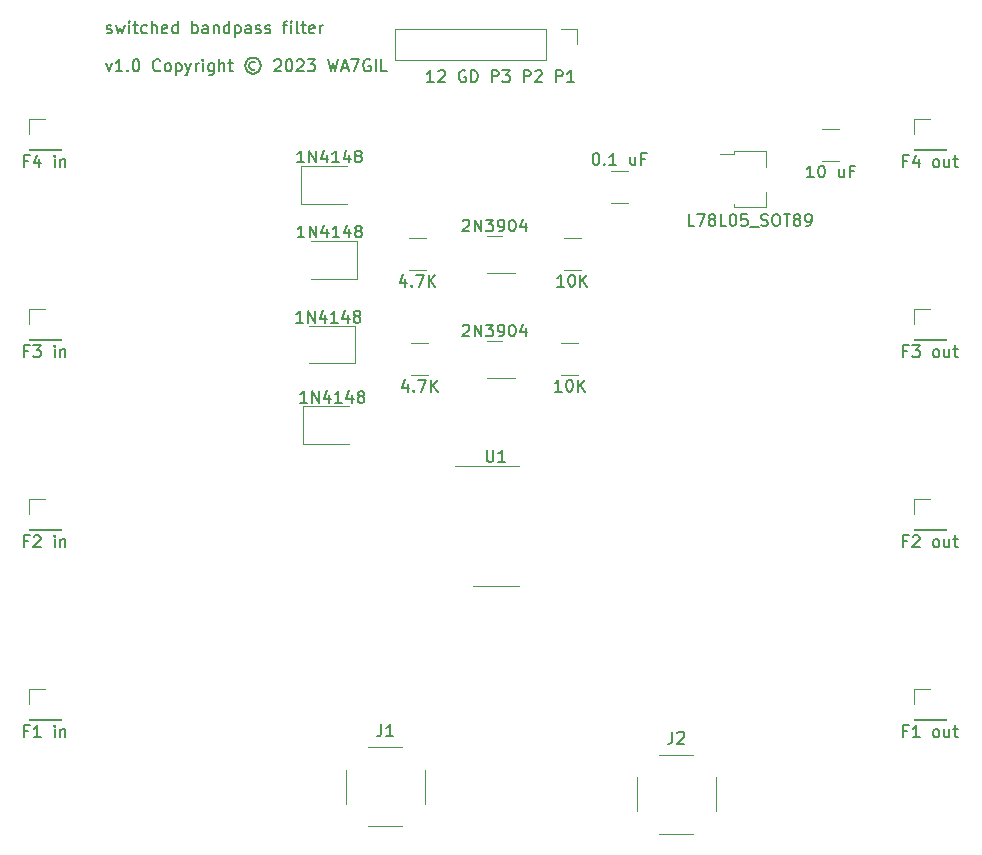
<source format=gbr>
G04 #@! TF.GenerationSoftware,KiCad,Pcbnew,7.0.5-0*
G04 #@! TF.CreationDate,2023-07-23T12:14:28-07:00*
G04 #@! TF.ProjectId,switched-bandpass-filter,73776974-6368-4656-942d-62616e647061,v1.0*
G04 #@! TF.SameCoordinates,Original*
G04 #@! TF.FileFunction,Legend,Top*
G04 #@! TF.FilePolarity,Positive*
%FSLAX46Y46*%
G04 Gerber Fmt 4.6, Leading zero omitted, Abs format (unit mm)*
G04 Created by KiCad (PCBNEW 7.0.5-0) date 2023-07-23 12:14:28*
%MOMM*%
%LPD*%
G01*
G04 APERTURE LIST*
%ADD10C,0.150000*%
%ADD11C,0.120000*%
G04 APERTURE END LIST*
D10*
X96682160Y-63785200D02*
X96777398Y-63832819D01*
X96777398Y-63832819D02*
X96967874Y-63832819D01*
X96967874Y-63832819D02*
X97063112Y-63785200D01*
X97063112Y-63785200D02*
X97110731Y-63689961D01*
X97110731Y-63689961D02*
X97110731Y-63642342D01*
X97110731Y-63642342D02*
X97063112Y-63547104D01*
X97063112Y-63547104D02*
X96967874Y-63499485D01*
X96967874Y-63499485D02*
X96825017Y-63499485D01*
X96825017Y-63499485D02*
X96729779Y-63451866D01*
X96729779Y-63451866D02*
X96682160Y-63356628D01*
X96682160Y-63356628D02*
X96682160Y-63309009D01*
X96682160Y-63309009D02*
X96729779Y-63213771D01*
X96729779Y-63213771D02*
X96825017Y-63166152D01*
X96825017Y-63166152D02*
X96967874Y-63166152D01*
X96967874Y-63166152D02*
X97063112Y-63213771D01*
X97444065Y-63166152D02*
X97634541Y-63832819D01*
X97634541Y-63832819D02*
X97825017Y-63356628D01*
X97825017Y-63356628D02*
X98015493Y-63832819D01*
X98015493Y-63832819D02*
X98205969Y-63166152D01*
X98586922Y-63832819D02*
X98586922Y-63166152D01*
X98586922Y-62832819D02*
X98539303Y-62880438D01*
X98539303Y-62880438D02*
X98586922Y-62928057D01*
X98586922Y-62928057D02*
X98634541Y-62880438D01*
X98634541Y-62880438D02*
X98586922Y-62832819D01*
X98586922Y-62832819D02*
X98586922Y-62928057D01*
X98920255Y-63166152D02*
X99301207Y-63166152D01*
X99063112Y-62832819D02*
X99063112Y-63689961D01*
X99063112Y-63689961D02*
X99110731Y-63785200D01*
X99110731Y-63785200D02*
X99205969Y-63832819D01*
X99205969Y-63832819D02*
X99301207Y-63832819D01*
X100063112Y-63785200D02*
X99967874Y-63832819D01*
X99967874Y-63832819D02*
X99777398Y-63832819D01*
X99777398Y-63832819D02*
X99682160Y-63785200D01*
X99682160Y-63785200D02*
X99634541Y-63737580D01*
X99634541Y-63737580D02*
X99586922Y-63642342D01*
X99586922Y-63642342D02*
X99586922Y-63356628D01*
X99586922Y-63356628D02*
X99634541Y-63261390D01*
X99634541Y-63261390D02*
X99682160Y-63213771D01*
X99682160Y-63213771D02*
X99777398Y-63166152D01*
X99777398Y-63166152D02*
X99967874Y-63166152D01*
X99967874Y-63166152D02*
X100063112Y-63213771D01*
X100491684Y-63832819D02*
X100491684Y-62832819D01*
X100920255Y-63832819D02*
X100920255Y-63309009D01*
X100920255Y-63309009D02*
X100872636Y-63213771D01*
X100872636Y-63213771D02*
X100777398Y-63166152D01*
X100777398Y-63166152D02*
X100634541Y-63166152D01*
X100634541Y-63166152D02*
X100539303Y-63213771D01*
X100539303Y-63213771D02*
X100491684Y-63261390D01*
X101777398Y-63785200D02*
X101682160Y-63832819D01*
X101682160Y-63832819D02*
X101491684Y-63832819D01*
X101491684Y-63832819D02*
X101396446Y-63785200D01*
X101396446Y-63785200D02*
X101348827Y-63689961D01*
X101348827Y-63689961D02*
X101348827Y-63309009D01*
X101348827Y-63309009D02*
X101396446Y-63213771D01*
X101396446Y-63213771D02*
X101491684Y-63166152D01*
X101491684Y-63166152D02*
X101682160Y-63166152D01*
X101682160Y-63166152D02*
X101777398Y-63213771D01*
X101777398Y-63213771D02*
X101825017Y-63309009D01*
X101825017Y-63309009D02*
X101825017Y-63404247D01*
X101825017Y-63404247D02*
X101348827Y-63499485D01*
X102682160Y-63832819D02*
X102682160Y-62832819D01*
X102682160Y-63785200D02*
X102586922Y-63832819D01*
X102586922Y-63832819D02*
X102396446Y-63832819D01*
X102396446Y-63832819D02*
X102301208Y-63785200D01*
X102301208Y-63785200D02*
X102253589Y-63737580D01*
X102253589Y-63737580D02*
X102205970Y-63642342D01*
X102205970Y-63642342D02*
X102205970Y-63356628D01*
X102205970Y-63356628D02*
X102253589Y-63261390D01*
X102253589Y-63261390D02*
X102301208Y-63213771D01*
X102301208Y-63213771D02*
X102396446Y-63166152D01*
X102396446Y-63166152D02*
X102586922Y-63166152D01*
X102586922Y-63166152D02*
X102682160Y-63213771D01*
X103920256Y-63832819D02*
X103920256Y-62832819D01*
X103920256Y-63213771D02*
X104015494Y-63166152D01*
X104015494Y-63166152D02*
X104205970Y-63166152D01*
X104205970Y-63166152D02*
X104301208Y-63213771D01*
X104301208Y-63213771D02*
X104348827Y-63261390D01*
X104348827Y-63261390D02*
X104396446Y-63356628D01*
X104396446Y-63356628D02*
X104396446Y-63642342D01*
X104396446Y-63642342D02*
X104348827Y-63737580D01*
X104348827Y-63737580D02*
X104301208Y-63785200D01*
X104301208Y-63785200D02*
X104205970Y-63832819D01*
X104205970Y-63832819D02*
X104015494Y-63832819D01*
X104015494Y-63832819D02*
X103920256Y-63785200D01*
X105253589Y-63832819D02*
X105253589Y-63309009D01*
X105253589Y-63309009D02*
X105205970Y-63213771D01*
X105205970Y-63213771D02*
X105110732Y-63166152D01*
X105110732Y-63166152D02*
X104920256Y-63166152D01*
X104920256Y-63166152D02*
X104825018Y-63213771D01*
X105253589Y-63785200D02*
X105158351Y-63832819D01*
X105158351Y-63832819D02*
X104920256Y-63832819D01*
X104920256Y-63832819D02*
X104825018Y-63785200D01*
X104825018Y-63785200D02*
X104777399Y-63689961D01*
X104777399Y-63689961D02*
X104777399Y-63594723D01*
X104777399Y-63594723D02*
X104825018Y-63499485D01*
X104825018Y-63499485D02*
X104920256Y-63451866D01*
X104920256Y-63451866D02*
X105158351Y-63451866D01*
X105158351Y-63451866D02*
X105253589Y-63404247D01*
X105729780Y-63166152D02*
X105729780Y-63832819D01*
X105729780Y-63261390D02*
X105777399Y-63213771D01*
X105777399Y-63213771D02*
X105872637Y-63166152D01*
X105872637Y-63166152D02*
X106015494Y-63166152D01*
X106015494Y-63166152D02*
X106110732Y-63213771D01*
X106110732Y-63213771D02*
X106158351Y-63309009D01*
X106158351Y-63309009D02*
X106158351Y-63832819D01*
X107063113Y-63832819D02*
X107063113Y-62832819D01*
X107063113Y-63785200D02*
X106967875Y-63832819D01*
X106967875Y-63832819D02*
X106777399Y-63832819D01*
X106777399Y-63832819D02*
X106682161Y-63785200D01*
X106682161Y-63785200D02*
X106634542Y-63737580D01*
X106634542Y-63737580D02*
X106586923Y-63642342D01*
X106586923Y-63642342D02*
X106586923Y-63356628D01*
X106586923Y-63356628D02*
X106634542Y-63261390D01*
X106634542Y-63261390D02*
X106682161Y-63213771D01*
X106682161Y-63213771D02*
X106777399Y-63166152D01*
X106777399Y-63166152D02*
X106967875Y-63166152D01*
X106967875Y-63166152D02*
X107063113Y-63213771D01*
X107539304Y-63166152D02*
X107539304Y-64166152D01*
X107539304Y-63213771D02*
X107634542Y-63166152D01*
X107634542Y-63166152D02*
X107825018Y-63166152D01*
X107825018Y-63166152D02*
X107920256Y-63213771D01*
X107920256Y-63213771D02*
X107967875Y-63261390D01*
X107967875Y-63261390D02*
X108015494Y-63356628D01*
X108015494Y-63356628D02*
X108015494Y-63642342D01*
X108015494Y-63642342D02*
X107967875Y-63737580D01*
X107967875Y-63737580D02*
X107920256Y-63785200D01*
X107920256Y-63785200D02*
X107825018Y-63832819D01*
X107825018Y-63832819D02*
X107634542Y-63832819D01*
X107634542Y-63832819D02*
X107539304Y-63785200D01*
X108872637Y-63832819D02*
X108872637Y-63309009D01*
X108872637Y-63309009D02*
X108825018Y-63213771D01*
X108825018Y-63213771D02*
X108729780Y-63166152D01*
X108729780Y-63166152D02*
X108539304Y-63166152D01*
X108539304Y-63166152D02*
X108444066Y-63213771D01*
X108872637Y-63785200D02*
X108777399Y-63832819D01*
X108777399Y-63832819D02*
X108539304Y-63832819D01*
X108539304Y-63832819D02*
X108444066Y-63785200D01*
X108444066Y-63785200D02*
X108396447Y-63689961D01*
X108396447Y-63689961D02*
X108396447Y-63594723D01*
X108396447Y-63594723D02*
X108444066Y-63499485D01*
X108444066Y-63499485D02*
X108539304Y-63451866D01*
X108539304Y-63451866D02*
X108777399Y-63451866D01*
X108777399Y-63451866D02*
X108872637Y-63404247D01*
X109301209Y-63785200D02*
X109396447Y-63832819D01*
X109396447Y-63832819D02*
X109586923Y-63832819D01*
X109586923Y-63832819D02*
X109682161Y-63785200D01*
X109682161Y-63785200D02*
X109729780Y-63689961D01*
X109729780Y-63689961D02*
X109729780Y-63642342D01*
X109729780Y-63642342D02*
X109682161Y-63547104D01*
X109682161Y-63547104D02*
X109586923Y-63499485D01*
X109586923Y-63499485D02*
X109444066Y-63499485D01*
X109444066Y-63499485D02*
X109348828Y-63451866D01*
X109348828Y-63451866D02*
X109301209Y-63356628D01*
X109301209Y-63356628D02*
X109301209Y-63309009D01*
X109301209Y-63309009D02*
X109348828Y-63213771D01*
X109348828Y-63213771D02*
X109444066Y-63166152D01*
X109444066Y-63166152D02*
X109586923Y-63166152D01*
X109586923Y-63166152D02*
X109682161Y-63213771D01*
X110110733Y-63785200D02*
X110205971Y-63832819D01*
X110205971Y-63832819D02*
X110396447Y-63832819D01*
X110396447Y-63832819D02*
X110491685Y-63785200D01*
X110491685Y-63785200D02*
X110539304Y-63689961D01*
X110539304Y-63689961D02*
X110539304Y-63642342D01*
X110539304Y-63642342D02*
X110491685Y-63547104D01*
X110491685Y-63547104D02*
X110396447Y-63499485D01*
X110396447Y-63499485D02*
X110253590Y-63499485D01*
X110253590Y-63499485D02*
X110158352Y-63451866D01*
X110158352Y-63451866D02*
X110110733Y-63356628D01*
X110110733Y-63356628D02*
X110110733Y-63309009D01*
X110110733Y-63309009D02*
X110158352Y-63213771D01*
X110158352Y-63213771D02*
X110253590Y-63166152D01*
X110253590Y-63166152D02*
X110396447Y-63166152D01*
X110396447Y-63166152D02*
X110491685Y-63213771D01*
X111586924Y-63166152D02*
X111967876Y-63166152D01*
X111729781Y-63832819D02*
X111729781Y-62975676D01*
X111729781Y-62975676D02*
X111777400Y-62880438D01*
X111777400Y-62880438D02*
X111872638Y-62832819D01*
X111872638Y-62832819D02*
X111967876Y-62832819D01*
X112301210Y-63832819D02*
X112301210Y-63166152D01*
X112301210Y-62832819D02*
X112253591Y-62880438D01*
X112253591Y-62880438D02*
X112301210Y-62928057D01*
X112301210Y-62928057D02*
X112348829Y-62880438D01*
X112348829Y-62880438D02*
X112301210Y-62832819D01*
X112301210Y-62832819D02*
X112301210Y-62928057D01*
X112920257Y-63832819D02*
X112825019Y-63785200D01*
X112825019Y-63785200D02*
X112777400Y-63689961D01*
X112777400Y-63689961D02*
X112777400Y-62832819D01*
X113158353Y-63166152D02*
X113539305Y-63166152D01*
X113301210Y-62832819D02*
X113301210Y-63689961D01*
X113301210Y-63689961D02*
X113348829Y-63785200D01*
X113348829Y-63785200D02*
X113444067Y-63832819D01*
X113444067Y-63832819D02*
X113539305Y-63832819D01*
X114253591Y-63785200D02*
X114158353Y-63832819D01*
X114158353Y-63832819D02*
X113967877Y-63832819D01*
X113967877Y-63832819D02*
X113872639Y-63785200D01*
X113872639Y-63785200D02*
X113825020Y-63689961D01*
X113825020Y-63689961D02*
X113825020Y-63309009D01*
X113825020Y-63309009D02*
X113872639Y-63213771D01*
X113872639Y-63213771D02*
X113967877Y-63166152D01*
X113967877Y-63166152D02*
X114158353Y-63166152D01*
X114158353Y-63166152D02*
X114253591Y-63213771D01*
X114253591Y-63213771D02*
X114301210Y-63309009D01*
X114301210Y-63309009D02*
X114301210Y-63404247D01*
X114301210Y-63404247D02*
X113825020Y-63499485D01*
X114729782Y-63832819D02*
X114729782Y-63166152D01*
X114729782Y-63356628D02*
X114777401Y-63261390D01*
X114777401Y-63261390D02*
X114825020Y-63213771D01*
X114825020Y-63213771D02*
X114920258Y-63166152D01*
X114920258Y-63166152D02*
X115015496Y-63166152D01*
X96634541Y-66386152D02*
X96872636Y-67052819D01*
X96872636Y-67052819D02*
X97110731Y-66386152D01*
X98015493Y-67052819D02*
X97444065Y-67052819D01*
X97729779Y-67052819D02*
X97729779Y-66052819D01*
X97729779Y-66052819D02*
X97634541Y-66195676D01*
X97634541Y-66195676D02*
X97539303Y-66290914D01*
X97539303Y-66290914D02*
X97444065Y-66338533D01*
X98444065Y-66957580D02*
X98491684Y-67005200D01*
X98491684Y-67005200D02*
X98444065Y-67052819D01*
X98444065Y-67052819D02*
X98396446Y-67005200D01*
X98396446Y-67005200D02*
X98444065Y-66957580D01*
X98444065Y-66957580D02*
X98444065Y-67052819D01*
X99110731Y-66052819D02*
X99205969Y-66052819D01*
X99205969Y-66052819D02*
X99301207Y-66100438D01*
X99301207Y-66100438D02*
X99348826Y-66148057D01*
X99348826Y-66148057D02*
X99396445Y-66243295D01*
X99396445Y-66243295D02*
X99444064Y-66433771D01*
X99444064Y-66433771D02*
X99444064Y-66671866D01*
X99444064Y-66671866D02*
X99396445Y-66862342D01*
X99396445Y-66862342D02*
X99348826Y-66957580D01*
X99348826Y-66957580D02*
X99301207Y-67005200D01*
X99301207Y-67005200D02*
X99205969Y-67052819D01*
X99205969Y-67052819D02*
X99110731Y-67052819D01*
X99110731Y-67052819D02*
X99015493Y-67005200D01*
X99015493Y-67005200D02*
X98967874Y-66957580D01*
X98967874Y-66957580D02*
X98920255Y-66862342D01*
X98920255Y-66862342D02*
X98872636Y-66671866D01*
X98872636Y-66671866D02*
X98872636Y-66433771D01*
X98872636Y-66433771D02*
X98920255Y-66243295D01*
X98920255Y-66243295D02*
X98967874Y-66148057D01*
X98967874Y-66148057D02*
X99015493Y-66100438D01*
X99015493Y-66100438D02*
X99110731Y-66052819D01*
X101205969Y-66957580D02*
X101158350Y-67005200D01*
X101158350Y-67005200D02*
X101015493Y-67052819D01*
X101015493Y-67052819D02*
X100920255Y-67052819D01*
X100920255Y-67052819D02*
X100777398Y-67005200D01*
X100777398Y-67005200D02*
X100682160Y-66909961D01*
X100682160Y-66909961D02*
X100634541Y-66814723D01*
X100634541Y-66814723D02*
X100586922Y-66624247D01*
X100586922Y-66624247D02*
X100586922Y-66481390D01*
X100586922Y-66481390D02*
X100634541Y-66290914D01*
X100634541Y-66290914D02*
X100682160Y-66195676D01*
X100682160Y-66195676D02*
X100777398Y-66100438D01*
X100777398Y-66100438D02*
X100920255Y-66052819D01*
X100920255Y-66052819D02*
X101015493Y-66052819D01*
X101015493Y-66052819D02*
X101158350Y-66100438D01*
X101158350Y-66100438D02*
X101205969Y-66148057D01*
X101777398Y-67052819D02*
X101682160Y-67005200D01*
X101682160Y-67005200D02*
X101634541Y-66957580D01*
X101634541Y-66957580D02*
X101586922Y-66862342D01*
X101586922Y-66862342D02*
X101586922Y-66576628D01*
X101586922Y-66576628D02*
X101634541Y-66481390D01*
X101634541Y-66481390D02*
X101682160Y-66433771D01*
X101682160Y-66433771D02*
X101777398Y-66386152D01*
X101777398Y-66386152D02*
X101920255Y-66386152D01*
X101920255Y-66386152D02*
X102015493Y-66433771D01*
X102015493Y-66433771D02*
X102063112Y-66481390D01*
X102063112Y-66481390D02*
X102110731Y-66576628D01*
X102110731Y-66576628D02*
X102110731Y-66862342D01*
X102110731Y-66862342D02*
X102063112Y-66957580D01*
X102063112Y-66957580D02*
X102015493Y-67005200D01*
X102015493Y-67005200D02*
X101920255Y-67052819D01*
X101920255Y-67052819D02*
X101777398Y-67052819D01*
X102539303Y-66386152D02*
X102539303Y-67386152D01*
X102539303Y-66433771D02*
X102634541Y-66386152D01*
X102634541Y-66386152D02*
X102825017Y-66386152D01*
X102825017Y-66386152D02*
X102920255Y-66433771D01*
X102920255Y-66433771D02*
X102967874Y-66481390D01*
X102967874Y-66481390D02*
X103015493Y-66576628D01*
X103015493Y-66576628D02*
X103015493Y-66862342D01*
X103015493Y-66862342D02*
X102967874Y-66957580D01*
X102967874Y-66957580D02*
X102920255Y-67005200D01*
X102920255Y-67005200D02*
X102825017Y-67052819D01*
X102825017Y-67052819D02*
X102634541Y-67052819D01*
X102634541Y-67052819D02*
X102539303Y-67005200D01*
X103348827Y-66386152D02*
X103586922Y-67052819D01*
X103825017Y-66386152D02*
X103586922Y-67052819D01*
X103586922Y-67052819D02*
X103491684Y-67290914D01*
X103491684Y-67290914D02*
X103444065Y-67338533D01*
X103444065Y-67338533D02*
X103348827Y-67386152D01*
X104205970Y-67052819D02*
X104205970Y-66386152D01*
X104205970Y-66576628D02*
X104253589Y-66481390D01*
X104253589Y-66481390D02*
X104301208Y-66433771D01*
X104301208Y-66433771D02*
X104396446Y-66386152D01*
X104396446Y-66386152D02*
X104491684Y-66386152D01*
X104825018Y-67052819D02*
X104825018Y-66386152D01*
X104825018Y-66052819D02*
X104777399Y-66100438D01*
X104777399Y-66100438D02*
X104825018Y-66148057D01*
X104825018Y-66148057D02*
X104872637Y-66100438D01*
X104872637Y-66100438D02*
X104825018Y-66052819D01*
X104825018Y-66052819D02*
X104825018Y-66148057D01*
X105729779Y-66386152D02*
X105729779Y-67195676D01*
X105729779Y-67195676D02*
X105682160Y-67290914D01*
X105682160Y-67290914D02*
X105634541Y-67338533D01*
X105634541Y-67338533D02*
X105539303Y-67386152D01*
X105539303Y-67386152D02*
X105396446Y-67386152D01*
X105396446Y-67386152D02*
X105301208Y-67338533D01*
X105729779Y-67005200D02*
X105634541Y-67052819D01*
X105634541Y-67052819D02*
X105444065Y-67052819D01*
X105444065Y-67052819D02*
X105348827Y-67005200D01*
X105348827Y-67005200D02*
X105301208Y-66957580D01*
X105301208Y-66957580D02*
X105253589Y-66862342D01*
X105253589Y-66862342D02*
X105253589Y-66576628D01*
X105253589Y-66576628D02*
X105301208Y-66481390D01*
X105301208Y-66481390D02*
X105348827Y-66433771D01*
X105348827Y-66433771D02*
X105444065Y-66386152D01*
X105444065Y-66386152D02*
X105634541Y-66386152D01*
X105634541Y-66386152D02*
X105729779Y-66433771D01*
X106205970Y-67052819D02*
X106205970Y-66052819D01*
X106634541Y-67052819D02*
X106634541Y-66529009D01*
X106634541Y-66529009D02*
X106586922Y-66433771D01*
X106586922Y-66433771D02*
X106491684Y-66386152D01*
X106491684Y-66386152D02*
X106348827Y-66386152D01*
X106348827Y-66386152D02*
X106253589Y-66433771D01*
X106253589Y-66433771D02*
X106205970Y-66481390D01*
X106967875Y-66386152D02*
X107348827Y-66386152D01*
X107110732Y-66052819D02*
X107110732Y-66909961D01*
X107110732Y-66909961D02*
X107158351Y-67005200D01*
X107158351Y-67005200D02*
X107253589Y-67052819D01*
X107253589Y-67052819D02*
X107348827Y-67052819D01*
X109253590Y-66290914D02*
X109158351Y-66243295D01*
X109158351Y-66243295D02*
X108967875Y-66243295D01*
X108967875Y-66243295D02*
X108872637Y-66290914D01*
X108872637Y-66290914D02*
X108777399Y-66386152D01*
X108777399Y-66386152D02*
X108729780Y-66481390D01*
X108729780Y-66481390D02*
X108729780Y-66671866D01*
X108729780Y-66671866D02*
X108777399Y-66767104D01*
X108777399Y-66767104D02*
X108872637Y-66862342D01*
X108872637Y-66862342D02*
X108967875Y-66909961D01*
X108967875Y-66909961D02*
X109158351Y-66909961D01*
X109158351Y-66909961D02*
X109253590Y-66862342D01*
X109063113Y-65909961D02*
X108825018Y-65957580D01*
X108825018Y-65957580D02*
X108586923Y-66100438D01*
X108586923Y-66100438D02*
X108444066Y-66338533D01*
X108444066Y-66338533D02*
X108396447Y-66576628D01*
X108396447Y-66576628D02*
X108444066Y-66814723D01*
X108444066Y-66814723D02*
X108586923Y-67052819D01*
X108586923Y-67052819D02*
X108825018Y-67195676D01*
X108825018Y-67195676D02*
X109063113Y-67243295D01*
X109063113Y-67243295D02*
X109301209Y-67195676D01*
X109301209Y-67195676D02*
X109539304Y-67052819D01*
X109539304Y-67052819D02*
X109682161Y-66814723D01*
X109682161Y-66814723D02*
X109729780Y-66576628D01*
X109729780Y-66576628D02*
X109682161Y-66338533D01*
X109682161Y-66338533D02*
X109539304Y-66100438D01*
X109539304Y-66100438D02*
X109301209Y-65957580D01*
X109301209Y-65957580D02*
X109063113Y-65909961D01*
X110872638Y-66148057D02*
X110920257Y-66100438D01*
X110920257Y-66100438D02*
X111015495Y-66052819D01*
X111015495Y-66052819D02*
X111253590Y-66052819D01*
X111253590Y-66052819D02*
X111348828Y-66100438D01*
X111348828Y-66100438D02*
X111396447Y-66148057D01*
X111396447Y-66148057D02*
X111444066Y-66243295D01*
X111444066Y-66243295D02*
X111444066Y-66338533D01*
X111444066Y-66338533D02*
X111396447Y-66481390D01*
X111396447Y-66481390D02*
X110825019Y-67052819D01*
X110825019Y-67052819D02*
X111444066Y-67052819D01*
X112063114Y-66052819D02*
X112158352Y-66052819D01*
X112158352Y-66052819D02*
X112253590Y-66100438D01*
X112253590Y-66100438D02*
X112301209Y-66148057D01*
X112301209Y-66148057D02*
X112348828Y-66243295D01*
X112348828Y-66243295D02*
X112396447Y-66433771D01*
X112396447Y-66433771D02*
X112396447Y-66671866D01*
X112396447Y-66671866D02*
X112348828Y-66862342D01*
X112348828Y-66862342D02*
X112301209Y-66957580D01*
X112301209Y-66957580D02*
X112253590Y-67005200D01*
X112253590Y-67005200D02*
X112158352Y-67052819D01*
X112158352Y-67052819D02*
X112063114Y-67052819D01*
X112063114Y-67052819D02*
X111967876Y-67005200D01*
X111967876Y-67005200D02*
X111920257Y-66957580D01*
X111920257Y-66957580D02*
X111872638Y-66862342D01*
X111872638Y-66862342D02*
X111825019Y-66671866D01*
X111825019Y-66671866D02*
X111825019Y-66433771D01*
X111825019Y-66433771D02*
X111872638Y-66243295D01*
X111872638Y-66243295D02*
X111920257Y-66148057D01*
X111920257Y-66148057D02*
X111967876Y-66100438D01*
X111967876Y-66100438D02*
X112063114Y-66052819D01*
X112777400Y-66148057D02*
X112825019Y-66100438D01*
X112825019Y-66100438D02*
X112920257Y-66052819D01*
X112920257Y-66052819D02*
X113158352Y-66052819D01*
X113158352Y-66052819D02*
X113253590Y-66100438D01*
X113253590Y-66100438D02*
X113301209Y-66148057D01*
X113301209Y-66148057D02*
X113348828Y-66243295D01*
X113348828Y-66243295D02*
X113348828Y-66338533D01*
X113348828Y-66338533D02*
X113301209Y-66481390D01*
X113301209Y-66481390D02*
X112729781Y-67052819D01*
X112729781Y-67052819D02*
X113348828Y-67052819D01*
X113682162Y-66052819D02*
X114301209Y-66052819D01*
X114301209Y-66052819D02*
X113967876Y-66433771D01*
X113967876Y-66433771D02*
X114110733Y-66433771D01*
X114110733Y-66433771D02*
X114205971Y-66481390D01*
X114205971Y-66481390D02*
X114253590Y-66529009D01*
X114253590Y-66529009D02*
X114301209Y-66624247D01*
X114301209Y-66624247D02*
X114301209Y-66862342D01*
X114301209Y-66862342D02*
X114253590Y-66957580D01*
X114253590Y-66957580D02*
X114205971Y-67005200D01*
X114205971Y-67005200D02*
X114110733Y-67052819D01*
X114110733Y-67052819D02*
X113825019Y-67052819D01*
X113825019Y-67052819D02*
X113729781Y-67005200D01*
X113729781Y-67005200D02*
X113682162Y-66957580D01*
X115396448Y-66052819D02*
X115634543Y-67052819D01*
X115634543Y-67052819D02*
X115825019Y-66338533D01*
X115825019Y-66338533D02*
X116015495Y-67052819D01*
X116015495Y-67052819D02*
X116253591Y-66052819D01*
X116586924Y-66767104D02*
X117063114Y-66767104D01*
X116491686Y-67052819D02*
X116825019Y-66052819D01*
X116825019Y-66052819D02*
X117158352Y-67052819D01*
X117396448Y-66052819D02*
X118063114Y-66052819D01*
X118063114Y-66052819D02*
X117634543Y-67052819D01*
X118967876Y-66100438D02*
X118872638Y-66052819D01*
X118872638Y-66052819D02*
X118729781Y-66052819D01*
X118729781Y-66052819D02*
X118586924Y-66100438D01*
X118586924Y-66100438D02*
X118491686Y-66195676D01*
X118491686Y-66195676D02*
X118444067Y-66290914D01*
X118444067Y-66290914D02*
X118396448Y-66481390D01*
X118396448Y-66481390D02*
X118396448Y-66624247D01*
X118396448Y-66624247D02*
X118444067Y-66814723D01*
X118444067Y-66814723D02*
X118491686Y-66909961D01*
X118491686Y-66909961D02*
X118586924Y-67005200D01*
X118586924Y-67005200D02*
X118729781Y-67052819D01*
X118729781Y-67052819D02*
X118825019Y-67052819D01*
X118825019Y-67052819D02*
X118967876Y-67005200D01*
X118967876Y-67005200D02*
X119015495Y-66957580D01*
X119015495Y-66957580D02*
X119015495Y-66624247D01*
X119015495Y-66624247D02*
X118825019Y-66624247D01*
X119444067Y-67052819D02*
X119444067Y-66052819D01*
X120396447Y-67052819D02*
X119920257Y-67052819D01*
X119920257Y-67052819D02*
X119920257Y-66052819D01*
X124380788Y-67967219D02*
X123809360Y-67967219D01*
X124095074Y-67967219D02*
X124095074Y-66967219D01*
X124095074Y-66967219D02*
X123999836Y-67110076D01*
X123999836Y-67110076D02*
X123904598Y-67205314D01*
X123904598Y-67205314D02*
X123809360Y-67252933D01*
X124761741Y-67062457D02*
X124809360Y-67014838D01*
X124809360Y-67014838D02*
X124904598Y-66967219D01*
X124904598Y-66967219D02*
X125142693Y-66967219D01*
X125142693Y-66967219D02*
X125237931Y-67014838D01*
X125237931Y-67014838D02*
X125285550Y-67062457D01*
X125285550Y-67062457D02*
X125333169Y-67157695D01*
X125333169Y-67157695D02*
X125333169Y-67252933D01*
X125333169Y-67252933D02*
X125285550Y-67395790D01*
X125285550Y-67395790D02*
X124714122Y-67967219D01*
X124714122Y-67967219D02*
X125333169Y-67967219D01*
X127047455Y-67014838D02*
X126952217Y-66967219D01*
X126952217Y-66967219D02*
X126809360Y-66967219D01*
X126809360Y-66967219D02*
X126666503Y-67014838D01*
X126666503Y-67014838D02*
X126571265Y-67110076D01*
X126571265Y-67110076D02*
X126523646Y-67205314D01*
X126523646Y-67205314D02*
X126476027Y-67395790D01*
X126476027Y-67395790D02*
X126476027Y-67538647D01*
X126476027Y-67538647D02*
X126523646Y-67729123D01*
X126523646Y-67729123D02*
X126571265Y-67824361D01*
X126571265Y-67824361D02*
X126666503Y-67919600D01*
X126666503Y-67919600D02*
X126809360Y-67967219D01*
X126809360Y-67967219D02*
X126904598Y-67967219D01*
X126904598Y-67967219D02*
X127047455Y-67919600D01*
X127047455Y-67919600D02*
X127095074Y-67871980D01*
X127095074Y-67871980D02*
X127095074Y-67538647D01*
X127095074Y-67538647D02*
X126904598Y-67538647D01*
X127523646Y-67967219D02*
X127523646Y-66967219D01*
X127523646Y-66967219D02*
X127761741Y-66967219D01*
X127761741Y-66967219D02*
X127904598Y-67014838D01*
X127904598Y-67014838D02*
X127999836Y-67110076D01*
X127999836Y-67110076D02*
X128047455Y-67205314D01*
X128047455Y-67205314D02*
X128095074Y-67395790D01*
X128095074Y-67395790D02*
X128095074Y-67538647D01*
X128095074Y-67538647D02*
X128047455Y-67729123D01*
X128047455Y-67729123D02*
X127999836Y-67824361D01*
X127999836Y-67824361D02*
X127904598Y-67919600D01*
X127904598Y-67919600D02*
X127761741Y-67967219D01*
X127761741Y-67967219D02*
X127523646Y-67967219D01*
X129285551Y-67967219D02*
X129285551Y-66967219D01*
X129285551Y-66967219D02*
X129666503Y-66967219D01*
X129666503Y-66967219D02*
X129761741Y-67014838D01*
X129761741Y-67014838D02*
X129809360Y-67062457D01*
X129809360Y-67062457D02*
X129856979Y-67157695D01*
X129856979Y-67157695D02*
X129856979Y-67300552D01*
X129856979Y-67300552D02*
X129809360Y-67395790D01*
X129809360Y-67395790D02*
X129761741Y-67443409D01*
X129761741Y-67443409D02*
X129666503Y-67491028D01*
X129666503Y-67491028D02*
X129285551Y-67491028D01*
X130190313Y-66967219D02*
X130809360Y-66967219D01*
X130809360Y-66967219D02*
X130476027Y-67348171D01*
X130476027Y-67348171D02*
X130618884Y-67348171D01*
X130618884Y-67348171D02*
X130714122Y-67395790D01*
X130714122Y-67395790D02*
X130761741Y-67443409D01*
X130761741Y-67443409D02*
X130809360Y-67538647D01*
X130809360Y-67538647D02*
X130809360Y-67776742D01*
X130809360Y-67776742D02*
X130761741Y-67871980D01*
X130761741Y-67871980D02*
X130714122Y-67919600D01*
X130714122Y-67919600D02*
X130618884Y-67967219D01*
X130618884Y-67967219D02*
X130333170Y-67967219D01*
X130333170Y-67967219D02*
X130237932Y-67919600D01*
X130237932Y-67919600D02*
X130190313Y-67871980D01*
X131999837Y-67967219D02*
X131999837Y-66967219D01*
X131999837Y-66967219D02*
X132380789Y-66967219D01*
X132380789Y-66967219D02*
X132476027Y-67014838D01*
X132476027Y-67014838D02*
X132523646Y-67062457D01*
X132523646Y-67062457D02*
X132571265Y-67157695D01*
X132571265Y-67157695D02*
X132571265Y-67300552D01*
X132571265Y-67300552D02*
X132523646Y-67395790D01*
X132523646Y-67395790D02*
X132476027Y-67443409D01*
X132476027Y-67443409D02*
X132380789Y-67491028D01*
X132380789Y-67491028D02*
X131999837Y-67491028D01*
X132952218Y-67062457D02*
X132999837Y-67014838D01*
X132999837Y-67014838D02*
X133095075Y-66967219D01*
X133095075Y-66967219D02*
X133333170Y-66967219D01*
X133333170Y-66967219D02*
X133428408Y-67014838D01*
X133428408Y-67014838D02*
X133476027Y-67062457D01*
X133476027Y-67062457D02*
X133523646Y-67157695D01*
X133523646Y-67157695D02*
X133523646Y-67252933D01*
X133523646Y-67252933D02*
X133476027Y-67395790D01*
X133476027Y-67395790D02*
X132904599Y-67967219D01*
X132904599Y-67967219D02*
X133523646Y-67967219D01*
X134714123Y-67967219D02*
X134714123Y-66967219D01*
X134714123Y-66967219D02*
X135095075Y-66967219D01*
X135095075Y-66967219D02*
X135190313Y-67014838D01*
X135190313Y-67014838D02*
X135237932Y-67062457D01*
X135237932Y-67062457D02*
X135285551Y-67157695D01*
X135285551Y-67157695D02*
X135285551Y-67300552D01*
X135285551Y-67300552D02*
X135237932Y-67395790D01*
X135237932Y-67395790D02*
X135190313Y-67443409D01*
X135190313Y-67443409D02*
X135095075Y-67491028D01*
X135095075Y-67491028D02*
X134714123Y-67491028D01*
X136237932Y-67967219D02*
X135666504Y-67967219D01*
X135952218Y-67967219D02*
X135952218Y-66967219D01*
X135952218Y-66967219D02*
X135856980Y-67110076D01*
X135856980Y-67110076D02*
X135761742Y-67205314D01*
X135761742Y-67205314D02*
X135666504Y-67252933D01*
X144573666Y-122974819D02*
X144573666Y-123689104D01*
X144573666Y-123689104D02*
X144526047Y-123831961D01*
X144526047Y-123831961D02*
X144430809Y-123927200D01*
X144430809Y-123927200D02*
X144287952Y-123974819D01*
X144287952Y-123974819D02*
X144192714Y-123974819D01*
X145002238Y-123070057D02*
X145049857Y-123022438D01*
X145049857Y-123022438D02*
X145145095Y-122974819D01*
X145145095Y-122974819D02*
X145383190Y-122974819D01*
X145383190Y-122974819D02*
X145478428Y-123022438D01*
X145478428Y-123022438D02*
X145526047Y-123070057D01*
X145526047Y-123070057D02*
X145573666Y-123165295D01*
X145573666Y-123165295D02*
X145573666Y-123260533D01*
X145573666Y-123260533D02*
X145526047Y-123403390D01*
X145526047Y-123403390D02*
X144954619Y-123974819D01*
X144954619Y-123974819D02*
X145573666Y-123974819D01*
X90035238Y-74651009D02*
X89701905Y-74651009D01*
X89701905Y-75174819D02*
X89701905Y-74174819D01*
X89701905Y-74174819D02*
X90178095Y-74174819D01*
X90987619Y-74508152D02*
X90987619Y-75174819D01*
X90749524Y-74127200D02*
X90511429Y-74841485D01*
X90511429Y-74841485D02*
X91130476Y-74841485D01*
X92273334Y-75174819D02*
X92273334Y-74508152D01*
X92273334Y-74174819D02*
X92225715Y-74222438D01*
X92225715Y-74222438D02*
X92273334Y-74270057D01*
X92273334Y-74270057D02*
X92320953Y-74222438D01*
X92320953Y-74222438D02*
X92273334Y-74174819D01*
X92273334Y-74174819D02*
X92273334Y-74270057D01*
X92749524Y-74508152D02*
X92749524Y-75174819D01*
X92749524Y-74603390D02*
X92797143Y-74555771D01*
X92797143Y-74555771D02*
X92892381Y-74508152D01*
X92892381Y-74508152D02*
X93035238Y-74508152D01*
X93035238Y-74508152D02*
X93130476Y-74555771D01*
X93130476Y-74555771D02*
X93178095Y-74651009D01*
X93178095Y-74651009D02*
X93178095Y-75174819D01*
X90035238Y-106824309D02*
X89701905Y-106824309D01*
X89701905Y-107348119D02*
X89701905Y-106348119D01*
X89701905Y-106348119D02*
X90178095Y-106348119D01*
X90511429Y-106443357D02*
X90559048Y-106395738D01*
X90559048Y-106395738D02*
X90654286Y-106348119D01*
X90654286Y-106348119D02*
X90892381Y-106348119D01*
X90892381Y-106348119D02*
X90987619Y-106395738D01*
X90987619Y-106395738D02*
X91035238Y-106443357D01*
X91035238Y-106443357D02*
X91082857Y-106538595D01*
X91082857Y-106538595D02*
X91082857Y-106633833D01*
X91082857Y-106633833D02*
X91035238Y-106776690D01*
X91035238Y-106776690D02*
X90463810Y-107348119D01*
X90463810Y-107348119D02*
X91082857Y-107348119D01*
X92273334Y-107348119D02*
X92273334Y-106681452D01*
X92273334Y-106348119D02*
X92225715Y-106395738D01*
X92225715Y-106395738D02*
X92273334Y-106443357D01*
X92273334Y-106443357D02*
X92320953Y-106395738D01*
X92320953Y-106395738D02*
X92273334Y-106348119D01*
X92273334Y-106348119D02*
X92273334Y-106443357D01*
X92749524Y-106681452D02*
X92749524Y-107348119D01*
X92749524Y-106776690D02*
X92797143Y-106729071D01*
X92797143Y-106729071D02*
X92892381Y-106681452D01*
X92892381Y-106681452D02*
X93035238Y-106681452D01*
X93035238Y-106681452D02*
X93130476Y-106729071D01*
X93130476Y-106729071D02*
X93178095Y-106824309D01*
X93178095Y-106824309D02*
X93178095Y-107348119D01*
X135392023Y-85284819D02*
X134820595Y-85284819D01*
X135106309Y-85284819D02*
X135106309Y-84284819D01*
X135106309Y-84284819D02*
X135011071Y-84427676D01*
X135011071Y-84427676D02*
X134915833Y-84522914D01*
X134915833Y-84522914D02*
X134820595Y-84570533D01*
X136011071Y-84284819D02*
X136106309Y-84284819D01*
X136106309Y-84284819D02*
X136201547Y-84332438D01*
X136201547Y-84332438D02*
X136249166Y-84380057D01*
X136249166Y-84380057D02*
X136296785Y-84475295D01*
X136296785Y-84475295D02*
X136344404Y-84665771D01*
X136344404Y-84665771D02*
X136344404Y-84903866D01*
X136344404Y-84903866D02*
X136296785Y-85094342D01*
X136296785Y-85094342D02*
X136249166Y-85189580D01*
X136249166Y-85189580D02*
X136201547Y-85237200D01*
X136201547Y-85237200D02*
X136106309Y-85284819D01*
X136106309Y-85284819D02*
X136011071Y-85284819D01*
X136011071Y-85284819D02*
X135915833Y-85237200D01*
X135915833Y-85237200D02*
X135868214Y-85189580D01*
X135868214Y-85189580D02*
X135820595Y-85094342D01*
X135820595Y-85094342D02*
X135772976Y-84903866D01*
X135772976Y-84903866D02*
X135772976Y-84665771D01*
X135772976Y-84665771D02*
X135820595Y-84475295D01*
X135820595Y-84475295D02*
X135868214Y-84380057D01*
X135868214Y-84380057D02*
X135915833Y-84332438D01*
X135915833Y-84332438D02*
X136011071Y-84284819D01*
X136772976Y-85284819D02*
X136772976Y-84284819D01*
X137344404Y-85284819D02*
X136915833Y-84713390D01*
X137344404Y-84284819D02*
X136772976Y-84856247D01*
X122166190Y-93508152D02*
X122166190Y-94174819D01*
X121928095Y-93127200D02*
X121690000Y-93841485D01*
X121690000Y-93841485D02*
X122309047Y-93841485D01*
X122690000Y-94079580D02*
X122737619Y-94127200D01*
X122737619Y-94127200D02*
X122690000Y-94174819D01*
X122690000Y-94174819D02*
X122642381Y-94127200D01*
X122642381Y-94127200D02*
X122690000Y-94079580D01*
X122690000Y-94079580D02*
X122690000Y-94174819D01*
X123070952Y-93174819D02*
X123737618Y-93174819D01*
X123737618Y-93174819D02*
X123309047Y-94174819D01*
X124118571Y-94174819D02*
X124118571Y-93174819D01*
X124689999Y-94174819D02*
X124261428Y-93603390D01*
X124689999Y-93174819D02*
X124118571Y-93746247D01*
X113427142Y-81114819D02*
X112855714Y-81114819D01*
X113141428Y-81114819D02*
X113141428Y-80114819D01*
X113141428Y-80114819D02*
X113046190Y-80257676D01*
X113046190Y-80257676D02*
X112950952Y-80352914D01*
X112950952Y-80352914D02*
X112855714Y-80400533D01*
X113855714Y-81114819D02*
X113855714Y-80114819D01*
X113855714Y-80114819D02*
X114427142Y-81114819D01*
X114427142Y-81114819D02*
X114427142Y-80114819D01*
X115331904Y-80448152D02*
X115331904Y-81114819D01*
X115093809Y-80067200D02*
X114855714Y-80781485D01*
X114855714Y-80781485D02*
X115474761Y-80781485D01*
X116379523Y-81114819D02*
X115808095Y-81114819D01*
X116093809Y-81114819D02*
X116093809Y-80114819D01*
X116093809Y-80114819D02*
X115998571Y-80257676D01*
X115998571Y-80257676D02*
X115903333Y-80352914D01*
X115903333Y-80352914D02*
X115808095Y-80400533D01*
X117236666Y-80448152D02*
X117236666Y-81114819D01*
X116998571Y-80067200D02*
X116760476Y-80781485D01*
X116760476Y-80781485D02*
X117379523Y-80781485D01*
X117903333Y-80543390D02*
X117808095Y-80495771D01*
X117808095Y-80495771D02*
X117760476Y-80448152D01*
X117760476Y-80448152D02*
X117712857Y-80352914D01*
X117712857Y-80352914D02*
X117712857Y-80305295D01*
X117712857Y-80305295D02*
X117760476Y-80210057D01*
X117760476Y-80210057D02*
X117808095Y-80162438D01*
X117808095Y-80162438D02*
X117903333Y-80114819D01*
X117903333Y-80114819D02*
X118093809Y-80114819D01*
X118093809Y-80114819D02*
X118189047Y-80162438D01*
X118189047Y-80162438D02*
X118236666Y-80210057D01*
X118236666Y-80210057D02*
X118284285Y-80305295D01*
X118284285Y-80305295D02*
X118284285Y-80352914D01*
X118284285Y-80352914D02*
X118236666Y-80448152D01*
X118236666Y-80448152D02*
X118189047Y-80495771D01*
X118189047Y-80495771D02*
X118093809Y-80543390D01*
X118093809Y-80543390D02*
X117903333Y-80543390D01*
X117903333Y-80543390D02*
X117808095Y-80591009D01*
X117808095Y-80591009D02*
X117760476Y-80638628D01*
X117760476Y-80638628D02*
X117712857Y-80733866D01*
X117712857Y-80733866D02*
X117712857Y-80924342D01*
X117712857Y-80924342D02*
X117760476Y-81019580D01*
X117760476Y-81019580D02*
X117808095Y-81067200D01*
X117808095Y-81067200D02*
X117903333Y-81114819D01*
X117903333Y-81114819D02*
X118093809Y-81114819D01*
X118093809Y-81114819D02*
X118189047Y-81067200D01*
X118189047Y-81067200D02*
X118236666Y-81019580D01*
X118236666Y-81019580D02*
X118284285Y-80924342D01*
X118284285Y-80924342D02*
X118284285Y-80733866D01*
X118284285Y-80733866D02*
X118236666Y-80638628D01*
X118236666Y-80638628D02*
X118189047Y-80591009D01*
X118189047Y-80591009D02*
X118093809Y-80543390D01*
X113401742Y-74775219D02*
X112830314Y-74775219D01*
X113116028Y-74775219D02*
X113116028Y-73775219D01*
X113116028Y-73775219D02*
X113020790Y-73918076D01*
X113020790Y-73918076D02*
X112925552Y-74013314D01*
X112925552Y-74013314D02*
X112830314Y-74060933D01*
X113830314Y-74775219D02*
X113830314Y-73775219D01*
X113830314Y-73775219D02*
X114401742Y-74775219D01*
X114401742Y-74775219D02*
X114401742Y-73775219D01*
X115306504Y-74108552D02*
X115306504Y-74775219D01*
X115068409Y-73727600D02*
X114830314Y-74441885D01*
X114830314Y-74441885D02*
X115449361Y-74441885D01*
X116354123Y-74775219D02*
X115782695Y-74775219D01*
X116068409Y-74775219D02*
X116068409Y-73775219D01*
X116068409Y-73775219D02*
X115973171Y-73918076D01*
X115973171Y-73918076D02*
X115877933Y-74013314D01*
X115877933Y-74013314D02*
X115782695Y-74060933D01*
X117211266Y-74108552D02*
X117211266Y-74775219D01*
X116973171Y-73727600D02*
X116735076Y-74441885D01*
X116735076Y-74441885D02*
X117354123Y-74441885D01*
X117877933Y-74203790D02*
X117782695Y-74156171D01*
X117782695Y-74156171D02*
X117735076Y-74108552D01*
X117735076Y-74108552D02*
X117687457Y-74013314D01*
X117687457Y-74013314D02*
X117687457Y-73965695D01*
X117687457Y-73965695D02*
X117735076Y-73870457D01*
X117735076Y-73870457D02*
X117782695Y-73822838D01*
X117782695Y-73822838D02*
X117877933Y-73775219D01*
X117877933Y-73775219D02*
X118068409Y-73775219D01*
X118068409Y-73775219D02*
X118163647Y-73822838D01*
X118163647Y-73822838D02*
X118211266Y-73870457D01*
X118211266Y-73870457D02*
X118258885Y-73965695D01*
X118258885Y-73965695D02*
X118258885Y-74013314D01*
X118258885Y-74013314D02*
X118211266Y-74108552D01*
X118211266Y-74108552D02*
X118163647Y-74156171D01*
X118163647Y-74156171D02*
X118068409Y-74203790D01*
X118068409Y-74203790D02*
X117877933Y-74203790D01*
X117877933Y-74203790D02*
X117782695Y-74251409D01*
X117782695Y-74251409D02*
X117735076Y-74299028D01*
X117735076Y-74299028D02*
X117687457Y-74394266D01*
X117687457Y-74394266D02*
X117687457Y-74584742D01*
X117687457Y-74584742D02*
X117735076Y-74679980D01*
X117735076Y-74679980D02*
X117782695Y-74727600D01*
X117782695Y-74727600D02*
X117877933Y-74775219D01*
X117877933Y-74775219D02*
X118068409Y-74775219D01*
X118068409Y-74775219D02*
X118163647Y-74727600D01*
X118163647Y-74727600D02*
X118211266Y-74679980D01*
X118211266Y-74679980D02*
X118258885Y-74584742D01*
X118258885Y-74584742D02*
X118258885Y-74394266D01*
X118258885Y-74394266D02*
X118211266Y-74299028D01*
X118211266Y-74299028D02*
X118163647Y-74251409D01*
X118163647Y-74251409D02*
X118068409Y-74203790D01*
X113297142Y-88344819D02*
X112725714Y-88344819D01*
X113011428Y-88344819D02*
X113011428Y-87344819D01*
X113011428Y-87344819D02*
X112916190Y-87487676D01*
X112916190Y-87487676D02*
X112820952Y-87582914D01*
X112820952Y-87582914D02*
X112725714Y-87630533D01*
X113725714Y-88344819D02*
X113725714Y-87344819D01*
X113725714Y-87344819D02*
X114297142Y-88344819D01*
X114297142Y-88344819D02*
X114297142Y-87344819D01*
X115201904Y-87678152D02*
X115201904Y-88344819D01*
X114963809Y-87297200D02*
X114725714Y-88011485D01*
X114725714Y-88011485D02*
X115344761Y-88011485D01*
X116249523Y-88344819D02*
X115678095Y-88344819D01*
X115963809Y-88344819D02*
X115963809Y-87344819D01*
X115963809Y-87344819D02*
X115868571Y-87487676D01*
X115868571Y-87487676D02*
X115773333Y-87582914D01*
X115773333Y-87582914D02*
X115678095Y-87630533D01*
X117106666Y-87678152D02*
X117106666Y-88344819D01*
X116868571Y-87297200D02*
X116630476Y-88011485D01*
X116630476Y-88011485D02*
X117249523Y-88011485D01*
X117773333Y-87773390D02*
X117678095Y-87725771D01*
X117678095Y-87725771D02*
X117630476Y-87678152D01*
X117630476Y-87678152D02*
X117582857Y-87582914D01*
X117582857Y-87582914D02*
X117582857Y-87535295D01*
X117582857Y-87535295D02*
X117630476Y-87440057D01*
X117630476Y-87440057D02*
X117678095Y-87392438D01*
X117678095Y-87392438D02*
X117773333Y-87344819D01*
X117773333Y-87344819D02*
X117963809Y-87344819D01*
X117963809Y-87344819D02*
X118059047Y-87392438D01*
X118059047Y-87392438D02*
X118106666Y-87440057D01*
X118106666Y-87440057D02*
X118154285Y-87535295D01*
X118154285Y-87535295D02*
X118154285Y-87582914D01*
X118154285Y-87582914D02*
X118106666Y-87678152D01*
X118106666Y-87678152D02*
X118059047Y-87725771D01*
X118059047Y-87725771D02*
X117963809Y-87773390D01*
X117963809Y-87773390D02*
X117773333Y-87773390D01*
X117773333Y-87773390D02*
X117678095Y-87821009D01*
X117678095Y-87821009D02*
X117630476Y-87868628D01*
X117630476Y-87868628D02*
X117582857Y-87963866D01*
X117582857Y-87963866D02*
X117582857Y-88154342D01*
X117582857Y-88154342D02*
X117630476Y-88249580D01*
X117630476Y-88249580D02*
X117678095Y-88297200D01*
X117678095Y-88297200D02*
X117773333Y-88344819D01*
X117773333Y-88344819D02*
X117963809Y-88344819D01*
X117963809Y-88344819D02*
X118059047Y-88297200D01*
X118059047Y-88297200D02*
X118106666Y-88249580D01*
X118106666Y-88249580D02*
X118154285Y-88154342D01*
X118154285Y-88154342D02*
X118154285Y-87963866D01*
X118154285Y-87963866D02*
X118106666Y-87868628D01*
X118106666Y-87868628D02*
X118059047Y-87821009D01*
X118059047Y-87821009D02*
X117963809Y-87773390D01*
X128843095Y-99109819D02*
X128843095Y-99919342D01*
X128843095Y-99919342D02*
X128890714Y-100014580D01*
X128890714Y-100014580D02*
X128938333Y-100062200D01*
X128938333Y-100062200D02*
X129033571Y-100109819D01*
X129033571Y-100109819D02*
X129224047Y-100109819D01*
X129224047Y-100109819D02*
X129319285Y-100062200D01*
X129319285Y-100062200D02*
X129366904Y-100014580D01*
X129366904Y-100014580D02*
X129414523Y-99919342D01*
X129414523Y-99919342D02*
X129414523Y-99109819D01*
X130414523Y-100109819D02*
X129843095Y-100109819D01*
X130128809Y-100109819D02*
X130128809Y-99109819D01*
X130128809Y-99109819D02*
X130033571Y-99252676D01*
X130033571Y-99252676D02*
X129938333Y-99347914D01*
X129938333Y-99347914D02*
X129843095Y-99395533D01*
X113630342Y-95120619D02*
X113058914Y-95120619D01*
X113344628Y-95120619D02*
X113344628Y-94120619D01*
X113344628Y-94120619D02*
X113249390Y-94263476D01*
X113249390Y-94263476D02*
X113154152Y-94358714D01*
X113154152Y-94358714D02*
X113058914Y-94406333D01*
X114058914Y-95120619D02*
X114058914Y-94120619D01*
X114058914Y-94120619D02*
X114630342Y-95120619D01*
X114630342Y-95120619D02*
X114630342Y-94120619D01*
X115535104Y-94453952D02*
X115535104Y-95120619D01*
X115297009Y-94073000D02*
X115058914Y-94787285D01*
X115058914Y-94787285D02*
X115677961Y-94787285D01*
X116582723Y-95120619D02*
X116011295Y-95120619D01*
X116297009Y-95120619D02*
X116297009Y-94120619D01*
X116297009Y-94120619D02*
X116201771Y-94263476D01*
X116201771Y-94263476D02*
X116106533Y-94358714D01*
X116106533Y-94358714D02*
X116011295Y-94406333D01*
X117439866Y-94453952D02*
X117439866Y-95120619D01*
X117201771Y-94073000D02*
X116963676Y-94787285D01*
X116963676Y-94787285D02*
X117582723Y-94787285D01*
X118106533Y-94549190D02*
X118011295Y-94501571D01*
X118011295Y-94501571D02*
X117963676Y-94453952D01*
X117963676Y-94453952D02*
X117916057Y-94358714D01*
X117916057Y-94358714D02*
X117916057Y-94311095D01*
X117916057Y-94311095D02*
X117963676Y-94215857D01*
X117963676Y-94215857D02*
X118011295Y-94168238D01*
X118011295Y-94168238D02*
X118106533Y-94120619D01*
X118106533Y-94120619D02*
X118297009Y-94120619D01*
X118297009Y-94120619D02*
X118392247Y-94168238D01*
X118392247Y-94168238D02*
X118439866Y-94215857D01*
X118439866Y-94215857D02*
X118487485Y-94311095D01*
X118487485Y-94311095D02*
X118487485Y-94358714D01*
X118487485Y-94358714D02*
X118439866Y-94453952D01*
X118439866Y-94453952D02*
X118392247Y-94501571D01*
X118392247Y-94501571D02*
X118297009Y-94549190D01*
X118297009Y-94549190D02*
X118106533Y-94549190D01*
X118106533Y-94549190D02*
X118011295Y-94596809D01*
X118011295Y-94596809D02*
X117963676Y-94644428D01*
X117963676Y-94644428D02*
X117916057Y-94739666D01*
X117916057Y-94739666D02*
X117916057Y-94930142D01*
X117916057Y-94930142D02*
X117963676Y-95025380D01*
X117963676Y-95025380D02*
X118011295Y-95073000D01*
X118011295Y-95073000D02*
X118106533Y-95120619D01*
X118106533Y-95120619D02*
X118297009Y-95120619D01*
X118297009Y-95120619D02*
X118392247Y-95073000D01*
X118392247Y-95073000D02*
X118439866Y-95025380D01*
X118439866Y-95025380D02*
X118487485Y-94930142D01*
X118487485Y-94930142D02*
X118487485Y-94739666D01*
X118487485Y-94739666D02*
X118439866Y-94644428D01*
X118439866Y-94644428D02*
X118392247Y-94596809D01*
X118392247Y-94596809D02*
X118297009Y-94549190D01*
X119935666Y-122339819D02*
X119935666Y-123054104D01*
X119935666Y-123054104D02*
X119888047Y-123196961D01*
X119888047Y-123196961D02*
X119792809Y-123292200D01*
X119792809Y-123292200D02*
X119649952Y-123339819D01*
X119649952Y-123339819D02*
X119554714Y-123339819D01*
X120935666Y-123339819D02*
X120364238Y-123339819D01*
X120649952Y-123339819D02*
X120649952Y-122339819D01*
X120649952Y-122339819D02*
X120554714Y-122482676D01*
X120554714Y-122482676D02*
X120459476Y-122577914D01*
X120459476Y-122577914D02*
X120364238Y-122625533D01*
X164465237Y-90737709D02*
X164131904Y-90737709D01*
X164131904Y-91261519D02*
X164131904Y-90261519D01*
X164131904Y-90261519D02*
X164608094Y-90261519D01*
X164893809Y-90261519D02*
X165512856Y-90261519D01*
X165512856Y-90261519D02*
X165179523Y-90642471D01*
X165179523Y-90642471D02*
X165322380Y-90642471D01*
X165322380Y-90642471D02*
X165417618Y-90690090D01*
X165417618Y-90690090D02*
X165465237Y-90737709D01*
X165465237Y-90737709D02*
X165512856Y-90832947D01*
X165512856Y-90832947D02*
X165512856Y-91071042D01*
X165512856Y-91071042D02*
X165465237Y-91166280D01*
X165465237Y-91166280D02*
X165417618Y-91213900D01*
X165417618Y-91213900D02*
X165322380Y-91261519D01*
X165322380Y-91261519D02*
X165036666Y-91261519D01*
X165036666Y-91261519D02*
X164941428Y-91213900D01*
X164941428Y-91213900D02*
X164893809Y-91166280D01*
X166846190Y-91261519D02*
X166750952Y-91213900D01*
X166750952Y-91213900D02*
X166703333Y-91166280D01*
X166703333Y-91166280D02*
X166655714Y-91071042D01*
X166655714Y-91071042D02*
X166655714Y-90785328D01*
X166655714Y-90785328D02*
X166703333Y-90690090D01*
X166703333Y-90690090D02*
X166750952Y-90642471D01*
X166750952Y-90642471D02*
X166846190Y-90594852D01*
X166846190Y-90594852D02*
X166989047Y-90594852D01*
X166989047Y-90594852D02*
X167084285Y-90642471D01*
X167084285Y-90642471D02*
X167131904Y-90690090D01*
X167131904Y-90690090D02*
X167179523Y-90785328D01*
X167179523Y-90785328D02*
X167179523Y-91071042D01*
X167179523Y-91071042D02*
X167131904Y-91166280D01*
X167131904Y-91166280D02*
X167084285Y-91213900D01*
X167084285Y-91213900D02*
X166989047Y-91261519D01*
X166989047Y-91261519D02*
X166846190Y-91261519D01*
X168036666Y-90594852D02*
X168036666Y-91261519D01*
X167608095Y-90594852D02*
X167608095Y-91118661D01*
X167608095Y-91118661D02*
X167655714Y-91213900D01*
X167655714Y-91213900D02*
X167750952Y-91261519D01*
X167750952Y-91261519D02*
X167893809Y-91261519D01*
X167893809Y-91261519D02*
X167989047Y-91213900D01*
X167989047Y-91213900D02*
X168036666Y-91166280D01*
X168370000Y-90594852D02*
X168750952Y-90594852D01*
X168512857Y-90261519D02*
X168512857Y-91118661D01*
X168512857Y-91118661D02*
X168560476Y-91213900D01*
X168560476Y-91213900D02*
X168655714Y-91261519D01*
X168655714Y-91261519D02*
X168750952Y-91261519D01*
X121973690Y-84618152D02*
X121973690Y-85284819D01*
X121735595Y-84237200D02*
X121497500Y-84951485D01*
X121497500Y-84951485D02*
X122116547Y-84951485D01*
X122497500Y-85189580D02*
X122545119Y-85237200D01*
X122545119Y-85237200D02*
X122497500Y-85284819D01*
X122497500Y-85284819D02*
X122449881Y-85237200D01*
X122449881Y-85237200D02*
X122497500Y-85189580D01*
X122497500Y-85189580D02*
X122497500Y-85284819D01*
X122878452Y-84284819D02*
X123545118Y-84284819D01*
X123545118Y-84284819D02*
X123116547Y-85284819D01*
X123926071Y-85284819D02*
X123926071Y-84284819D01*
X124497499Y-85284819D02*
X124068928Y-84713390D01*
X124497499Y-84284819D02*
X123926071Y-84856247D01*
X138057190Y-73989819D02*
X138152428Y-73989819D01*
X138152428Y-73989819D02*
X138247666Y-74037438D01*
X138247666Y-74037438D02*
X138295285Y-74085057D01*
X138295285Y-74085057D02*
X138342904Y-74180295D01*
X138342904Y-74180295D02*
X138390523Y-74370771D01*
X138390523Y-74370771D02*
X138390523Y-74608866D01*
X138390523Y-74608866D02*
X138342904Y-74799342D01*
X138342904Y-74799342D02*
X138295285Y-74894580D01*
X138295285Y-74894580D02*
X138247666Y-74942200D01*
X138247666Y-74942200D02*
X138152428Y-74989819D01*
X138152428Y-74989819D02*
X138057190Y-74989819D01*
X138057190Y-74989819D02*
X137961952Y-74942200D01*
X137961952Y-74942200D02*
X137914333Y-74894580D01*
X137914333Y-74894580D02*
X137866714Y-74799342D01*
X137866714Y-74799342D02*
X137819095Y-74608866D01*
X137819095Y-74608866D02*
X137819095Y-74370771D01*
X137819095Y-74370771D02*
X137866714Y-74180295D01*
X137866714Y-74180295D02*
X137914333Y-74085057D01*
X137914333Y-74085057D02*
X137961952Y-74037438D01*
X137961952Y-74037438D02*
X138057190Y-73989819D01*
X138819095Y-74894580D02*
X138866714Y-74942200D01*
X138866714Y-74942200D02*
X138819095Y-74989819D01*
X138819095Y-74989819D02*
X138771476Y-74942200D01*
X138771476Y-74942200D02*
X138819095Y-74894580D01*
X138819095Y-74894580D02*
X138819095Y-74989819D01*
X139819094Y-74989819D02*
X139247666Y-74989819D01*
X139533380Y-74989819D02*
X139533380Y-73989819D01*
X139533380Y-73989819D02*
X139438142Y-74132676D01*
X139438142Y-74132676D02*
X139342904Y-74227914D01*
X139342904Y-74227914D02*
X139247666Y-74275533D01*
X141438142Y-74323152D02*
X141438142Y-74989819D01*
X141009571Y-74323152D02*
X141009571Y-74846961D01*
X141009571Y-74846961D02*
X141057190Y-74942200D01*
X141057190Y-74942200D02*
X141152428Y-74989819D01*
X141152428Y-74989819D02*
X141295285Y-74989819D01*
X141295285Y-74989819D02*
X141390523Y-74942200D01*
X141390523Y-74942200D02*
X141438142Y-74894580D01*
X142247666Y-74466009D02*
X141914333Y-74466009D01*
X141914333Y-74989819D02*
X141914333Y-73989819D01*
X141914333Y-73989819D02*
X142390523Y-73989819D01*
X164465237Y-74651009D02*
X164131904Y-74651009D01*
X164131904Y-75174819D02*
X164131904Y-74174819D01*
X164131904Y-74174819D02*
X164608094Y-74174819D01*
X165417618Y-74508152D02*
X165417618Y-75174819D01*
X165179523Y-74127200D02*
X164941428Y-74841485D01*
X164941428Y-74841485D02*
X165560475Y-74841485D01*
X166846190Y-75174819D02*
X166750952Y-75127200D01*
X166750952Y-75127200D02*
X166703333Y-75079580D01*
X166703333Y-75079580D02*
X166655714Y-74984342D01*
X166655714Y-74984342D02*
X166655714Y-74698628D01*
X166655714Y-74698628D02*
X166703333Y-74603390D01*
X166703333Y-74603390D02*
X166750952Y-74555771D01*
X166750952Y-74555771D02*
X166846190Y-74508152D01*
X166846190Y-74508152D02*
X166989047Y-74508152D01*
X166989047Y-74508152D02*
X167084285Y-74555771D01*
X167084285Y-74555771D02*
X167131904Y-74603390D01*
X167131904Y-74603390D02*
X167179523Y-74698628D01*
X167179523Y-74698628D02*
X167179523Y-74984342D01*
X167179523Y-74984342D02*
X167131904Y-75079580D01*
X167131904Y-75079580D02*
X167084285Y-75127200D01*
X167084285Y-75127200D02*
X166989047Y-75174819D01*
X166989047Y-75174819D02*
X166846190Y-75174819D01*
X168036666Y-74508152D02*
X168036666Y-75174819D01*
X167608095Y-74508152D02*
X167608095Y-75031961D01*
X167608095Y-75031961D02*
X167655714Y-75127200D01*
X167655714Y-75127200D02*
X167750952Y-75174819D01*
X167750952Y-75174819D02*
X167893809Y-75174819D01*
X167893809Y-75174819D02*
X167989047Y-75127200D01*
X167989047Y-75127200D02*
X168036666Y-75079580D01*
X168370000Y-74508152D02*
X168750952Y-74508152D01*
X168512857Y-74174819D02*
X168512857Y-75031961D01*
X168512857Y-75031961D02*
X168560476Y-75127200D01*
X168560476Y-75127200D02*
X168655714Y-75174819D01*
X168655714Y-75174819D02*
X168750952Y-75174819D01*
X126825714Y-88590057D02*
X126873333Y-88542438D01*
X126873333Y-88542438D02*
X126968571Y-88494819D01*
X126968571Y-88494819D02*
X127206666Y-88494819D01*
X127206666Y-88494819D02*
X127301904Y-88542438D01*
X127301904Y-88542438D02*
X127349523Y-88590057D01*
X127349523Y-88590057D02*
X127397142Y-88685295D01*
X127397142Y-88685295D02*
X127397142Y-88780533D01*
X127397142Y-88780533D02*
X127349523Y-88923390D01*
X127349523Y-88923390D02*
X126778095Y-89494819D01*
X126778095Y-89494819D02*
X127397142Y-89494819D01*
X127825714Y-89494819D02*
X127825714Y-88494819D01*
X127825714Y-88494819D02*
X128397142Y-89494819D01*
X128397142Y-89494819D02*
X128397142Y-88494819D01*
X128778095Y-88494819D02*
X129397142Y-88494819D01*
X129397142Y-88494819D02*
X129063809Y-88875771D01*
X129063809Y-88875771D02*
X129206666Y-88875771D01*
X129206666Y-88875771D02*
X129301904Y-88923390D01*
X129301904Y-88923390D02*
X129349523Y-88971009D01*
X129349523Y-88971009D02*
X129397142Y-89066247D01*
X129397142Y-89066247D02*
X129397142Y-89304342D01*
X129397142Y-89304342D02*
X129349523Y-89399580D01*
X129349523Y-89399580D02*
X129301904Y-89447200D01*
X129301904Y-89447200D02*
X129206666Y-89494819D01*
X129206666Y-89494819D02*
X128920952Y-89494819D01*
X128920952Y-89494819D02*
X128825714Y-89447200D01*
X128825714Y-89447200D02*
X128778095Y-89399580D01*
X129873333Y-89494819D02*
X130063809Y-89494819D01*
X130063809Y-89494819D02*
X130159047Y-89447200D01*
X130159047Y-89447200D02*
X130206666Y-89399580D01*
X130206666Y-89399580D02*
X130301904Y-89256723D01*
X130301904Y-89256723D02*
X130349523Y-89066247D01*
X130349523Y-89066247D02*
X130349523Y-88685295D01*
X130349523Y-88685295D02*
X130301904Y-88590057D01*
X130301904Y-88590057D02*
X130254285Y-88542438D01*
X130254285Y-88542438D02*
X130159047Y-88494819D01*
X130159047Y-88494819D02*
X129968571Y-88494819D01*
X129968571Y-88494819D02*
X129873333Y-88542438D01*
X129873333Y-88542438D02*
X129825714Y-88590057D01*
X129825714Y-88590057D02*
X129778095Y-88685295D01*
X129778095Y-88685295D02*
X129778095Y-88923390D01*
X129778095Y-88923390D02*
X129825714Y-89018628D01*
X129825714Y-89018628D02*
X129873333Y-89066247D01*
X129873333Y-89066247D02*
X129968571Y-89113866D01*
X129968571Y-89113866D02*
X130159047Y-89113866D01*
X130159047Y-89113866D02*
X130254285Y-89066247D01*
X130254285Y-89066247D02*
X130301904Y-89018628D01*
X130301904Y-89018628D02*
X130349523Y-88923390D01*
X130968571Y-88494819D02*
X131063809Y-88494819D01*
X131063809Y-88494819D02*
X131159047Y-88542438D01*
X131159047Y-88542438D02*
X131206666Y-88590057D01*
X131206666Y-88590057D02*
X131254285Y-88685295D01*
X131254285Y-88685295D02*
X131301904Y-88875771D01*
X131301904Y-88875771D02*
X131301904Y-89113866D01*
X131301904Y-89113866D02*
X131254285Y-89304342D01*
X131254285Y-89304342D02*
X131206666Y-89399580D01*
X131206666Y-89399580D02*
X131159047Y-89447200D01*
X131159047Y-89447200D02*
X131063809Y-89494819D01*
X131063809Y-89494819D02*
X130968571Y-89494819D01*
X130968571Y-89494819D02*
X130873333Y-89447200D01*
X130873333Y-89447200D02*
X130825714Y-89399580D01*
X130825714Y-89399580D02*
X130778095Y-89304342D01*
X130778095Y-89304342D02*
X130730476Y-89113866D01*
X130730476Y-89113866D02*
X130730476Y-88875771D01*
X130730476Y-88875771D02*
X130778095Y-88685295D01*
X130778095Y-88685295D02*
X130825714Y-88590057D01*
X130825714Y-88590057D02*
X130873333Y-88542438D01*
X130873333Y-88542438D02*
X130968571Y-88494819D01*
X132159047Y-88828152D02*
X132159047Y-89494819D01*
X131920952Y-88447200D02*
X131682857Y-89161485D01*
X131682857Y-89161485D02*
X132301904Y-89161485D01*
X164465237Y-122911009D02*
X164131904Y-122911009D01*
X164131904Y-123434819D02*
X164131904Y-122434819D01*
X164131904Y-122434819D02*
X164608094Y-122434819D01*
X165512856Y-123434819D02*
X164941428Y-123434819D01*
X165227142Y-123434819D02*
X165227142Y-122434819D01*
X165227142Y-122434819D02*
X165131904Y-122577676D01*
X165131904Y-122577676D02*
X165036666Y-122672914D01*
X165036666Y-122672914D02*
X164941428Y-122720533D01*
X166846190Y-123434819D02*
X166750952Y-123387200D01*
X166750952Y-123387200D02*
X166703333Y-123339580D01*
X166703333Y-123339580D02*
X166655714Y-123244342D01*
X166655714Y-123244342D02*
X166655714Y-122958628D01*
X166655714Y-122958628D02*
X166703333Y-122863390D01*
X166703333Y-122863390D02*
X166750952Y-122815771D01*
X166750952Y-122815771D02*
X166846190Y-122768152D01*
X166846190Y-122768152D02*
X166989047Y-122768152D01*
X166989047Y-122768152D02*
X167084285Y-122815771D01*
X167084285Y-122815771D02*
X167131904Y-122863390D01*
X167131904Y-122863390D02*
X167179523Y-122958628D01*
X167179523Y-122958628D02*
X167179523Y-123244342D01*
X167179523Y-123244342D02*
X167131904Y-123339580D01*
X167131904Y-123339580D02*
X167084285Y-123387200D01*
X167084285Y-123387200D02*
X166989047Y-123434819D01*
X166989047Y-123434819D02*
X166846190Y-123434819D01*
X168036666Y-122768152D02*
X168036666Y-123434819D01*
X167608095Y-122768152D02*
X167608095Y-123291961D01*
X167608095Y-123291961D02*
X167655714Y-123387200D01*
X167655714Y-123387200D02*
X167750952Y-123434819D01*
X167750952Y-123434819D02*
X167893809Y-123434819D01*
X167893809Y-123434819D02*
X167989047Y-123387200D01*
X167989047Y-123387200D02*
X168036666Y-123339580D01*
X168370000Y-122768152D02*
X168750952Y-122768152D01*
X168512857Y-122434819D02*
X168512857Y-123291961D01*
X168512857Y-123291961D02*
X168560476Y-123387200D01*
X168560476Y-123387200D02*
X168655714Y-123434819D01*
X168655714Y-123434819D02*
X168750952Y-123434819D01*
X146415713Y-80154819D02*
X145939523Y-80154819D01*
X145939523Y-80154819D02*
X145939523Y-79154819D01*
X146653809Y-79154819D02*
X147320475Y-79154819D01*
X147320475Y-79154819D02*
X146891904Y-80154819D01*
X147844285Y-79583390D02*
X147749047Y-79535771D01*
X147749047Y-79535771D02*
X147701428Y-79488152D01*
X147701428Y-79488152D02*
X147653809Y-79392914D01*
X147653809Y-79392914D02*
X147653809Y-79345295D01*
X147653809Y-79345295D02*
X147701428Y-79250057D01*
X147701428Y-79250057D02*
X147749047Y-79202438D01*
X147749047Y-79202438D02*
X147844285Y-79154819D01*
X147844285Y-79154819D02*
X148034761Y-79154819D01*
X148034761Y-79154819D02*
X148129999Y-79202438D01*
X148129999Y-79202438D02*
X148177618Y-79250057D01*
X148177618Y-79250057D02*
X148225237Y-79345295D01*
X148225237Y-79345295D02*
X148225237Y-79392914D01*
X148225237Y-79392914D02*
X148177618Y-79488152D01*
X148177618Y-79488152D02*
X148129999Y-79535771D01*
X148129999Y-79535771D02*
X148034761Y-79583390D01*
X148034761Y-79583390D02*
X147844285Y-79583390D01*
X147844285Y-79583390D02*
X147749047Y-79631009D01*
X147749047Y-79631009D02*
X147701428Y-79678628D01*
X147701428Y-79678628D02*
X147653809Y-79773866D01*
X147653809Y-79773866D02*
X147653809Y-79964342D01*
X147653809Y-79964342D02*
X147701428Y-80059580D01*
X147701428Y-80059580D02*
X147749047Y-80107200D01*
X147749047Y-80107200D02*
X147844285Y-80154819D01*
X147844285Y-80154819D02*
X148034761Y-80154819D01*
X148034761Y-80154819D02*
X148129999Y-80107200D01*
X148129999Y-80107200D02*
X148177618Y-80059580D01*
X148177618Y-80059580D02*
X148225237Y-79964342D01*
X148225237Y-79964342D02*
X148225237Y-79773866D01*
X148225237Y-79773866D02*
X148177618Y-79678628D01*
X148177618Y-79678628D02*
X148129999Y-79631009D01*
X148129999Y-79631009D02*
X148034761Y-79583390D01*
X149129999Y-80154819D02*
X148653809Y-80154819D01*
X148653809Y-80154819D02*
X148653809Y-79154819D01*
X149653809Y-79154819D02*
X149749047Y-79154819D01*
X149749047Y-79154819D02*
X149844285Y-79202438D01*
X149844285Y-79202438D02*
X149891904Y-79250057D01*
X149891904Y-79250057D02*
X149939523Y-79345295D01*
X149939523Y-79345295D02*
X149987142Y-79535771D01*
X149987142Y-79535771D02*
X149987142Y-79773866D01*
X149987142Y-79773866D02*
X149939523Y-79964342D01*
X149939523Y-79964342D02*
X149891904Y-80059580D01*
X149891904Y-80059580D02*
X149844285Y-80107200D01*
X149844285Y-80107200D02*
X149749047Y-80154819D01*
X149749047Y-80154819D02*
X149653809Y-80154819D01*
X149653809Y-80154819D02*
X149558571Y-80107200D01*
X149558571Y-80107200D02*
X149510952Y-80059580D01*
X149510952Y-80059580D02*
X149463333Y-79964342D01*
X149463333Y-79964342D02*
X149415714Y-79773866D01*
X149415714Y-79773866D02*
X149415714Y-79535771D01*
X149415714Y-79535771D02*
X149463333Y-79345295D01*
X149463333Y-79345295D02*
X149510952Y-79250057D01*
X149510952Y-79250057D02*
X149558571Y-79202438D01*
X149558571Y-79202438D02*
X149653809Y-79154819D01*
X150891904Y-79154819D02*
X150415714Y-79154819D01*
X150415714Y-79154819D02*
X150368095Y-79631009D01*
X150368095Y-79631009D02*
X150415714Y-79583390D01*
X150415714Y-79583390D02*
X150510952Y-79535771D01*
X150510952Y-79535771D02*
X150749047Y-79535771D01*
X150749047Y-79535771D02*
X150844285Y-79583390D01*
X150844285Y-79583390D02*
X150891904Y-79631009D01*
X150891904Y-79631009D02*
X150939523Y-79726247D01*
X150939523Y-79726247D02*
X150939523Y-79964342D01*
X150939523Y-79964342D02*
X150891904Y-80059580D01*
X150891904Y-80059580D02*
X150844285Y-80107200D01*
X150844285Y-80107200D02*
X150749047Y-80154819D01*
X150749047Y-80154819D02*
X150510952Y-80154819D01*
X150510952Y-80154819D02*
X150415714Y-80107200D01*
X150415714Y-80107200D02*
X150368095Y-80059580D01*
X151130000Y-80250057D02*
X151891904Y-80250057D01*
X152082381Y-80107200D02*
X152225238Y-80154819D01*
X152225238Y-80154819D02*
X152463333Y-80154819D01*
X152463333Y-80154819D02*
X152558571Y-80107200D01*
X152558571Y-80107200D02*
X152606190Y-80059580D01*
X152606190Y-80059580D02*
X152653809Y-79964342D01*
X152653809Y-79964342D02*
X152653809Y-79869104D01*
X152653809Y-79869104D02*
X152606190Y-79773866D01*
X152606190Y-79773866D02*
X152558571Y-79726247D01*
X152558571Y-79726247D02*
X152463333Y-79678628D01*
X152463333Y-79678628D02*
X152272857Y-79631009D01*
X152272857Y-79631009D02*
X152177619Y-79583390D01*
X152177619Y-79583390D02*
X152130000Y-79535771D01*
X152130000Y-79535771D02*
X152082381Y-79440533D01*
X152082381Y-79440533D02*
X152082381Y-79345295D01*
X152082381Y-79345295D02*
X152130000Y-79250057D01*
X152130000Y-79250057D02*
X152177619Y-79202438D01*
X152177619Y-79202438D02*
X152272857Y-79154819D01*
X152272857Y-79154819D02*
X152510952Y-79154819D01*
X152510952Y-79154819D02*
X152653809Y-79202438D01*
X153272857Y-79154819D02*
X153463333Y-79154819D01*
X153463333Y-79154819D02*
X153558571Y-79202438D01*
X153558571Y-79202438D02*
X153653809Y-79297676D01*
X153653809Y-79297676D02*
X153701428Y-79488152D01*
X153701428Y-79488152D02*
X153701428Y-79821485D01*
X153701428Y-79821485D02*
X153653809Y-80011961D01*
X153653809Y-80011961D02*
X153558571Y-80107200D01*
X153558571Y-80107200D02*
X153463333Y-80154819D01*
X153463333Y-80154819D02*
X153272857Y-80154819D01*
X153272857Y-80154819D02*
X153177619Y-80107200D01*
X153177619Y-80107200D02*
X153082381Y-80011961D01*
X153082381Y-80011961D02*
X153034762Y-79821485D01*
X153034762Y-79821485D02*
X153034762Y-79488152D01*
X153034762Y-79488152D02*
X153082381Y-79297676D01*
X153082381Y-79297676D02*
X153177619Y-79202438D01*
X153177619Y-79202438D02*
X153272857Y-79154819D01*
X153987143Y-79154819D02*
X154558571Y-79154819D01*
X154272857Y-80154819D02*
X154272857Y-79154819D01*
X155034762Y-79583390D02*
X154939524Y-79535771D01*
X154939524Y-79535771D02*
X154891905Y-79488152D01*
X154891905Y-79488152D02*
X154844286Y-79392914D01*
X154844286Y-79392914D02*
X154844286Y-79345295D01*
X154844286Y-79345295D02*
X154891905Y-79250057D01*
X154891905Y-79250057D02*
X154939524Y-79202438D01*
X154939524Y-79202438D02*
X155034762Y-79154819D01*
X155034762Y-79154819D02*
X155225238Y-79154819D01*
X155225238Y-79154819D02*
X155320476Y-79202438D01*
X155320476Y-79202438D02*
X155368095Y-79250057D01*
X155368095Y-79250057D02*
X155415714Y-79345295D01*
X155415714Y-79345295D02*
X155415714Y-79392914D01*
X155415714Y-79392914D02*
X155368095Y-79488152D01*
X155368095Y-79488152D02*
X155320476Y-79535771D01*
X155320476Y-79535771D02*
X155225238Y-79583390D01*
X155225238Y-79583390D02*
X155034762Y-79583390D01*
X155034762Y-79583390D02*
X154939524Y-79631009D01*
X154939524Y-79631009D02*
X154891905Y-79678628D01*
X154891905Y-79678628D02*
X154844286Y-79773866D01*
X154844286Y-79773866D02*
X154844286Y-79964342D01*
X154844286Y-79964342D02*
X154891905Y-80059580D01*
X154891905Y-80059580D02*
X154939524Y-80107200D01*
X154939524Y-80107200D02*
X155034762Y-80154819D01*
X155034762Y-80154819D02*
X155225238Y-80154819D01*
X155225238Y-80154819D02*
X155320476Y-80107200D01*
X155320476Y-80107200D02*
X155368095Y-80059580D01*
X155368095Y-80059580D02*
X155415714Y-79964342D01*
X155415714Y-79964342D02*
X155415714Y-79773866D01*
X155415714Y-79773866D02*
X155368095Y-79678628D01*
X155368095Y-79678628D02*
X155320476Y-79631009D01*
X155320476Y-79631009D02*
X155225238Y-79583390D01*
X155891905Y-80154819D02*
X156082381Y-80154819D01*
X156082381Y-80154819D02*
X156177619Y-80107200D01*
X156177619Y-80107200D02*
X156225238Y-80059580D01*
X156225238Y-80059580D02*
X156320476Y-79916723D01*
X156320476Y-79916723D02*
X156368095Y-79726247D01*
X156368095Y-79726247D02*
X156368095Y-79345295D01*
X156368095Y-79345295D02*
X156320476Y-79250057D01*
X156320476Y-79250057D02*
X156272857Y-79202438D01*
X156272857Y-79202438D02*
X156177619Y-79154819D01*
X156177619Y-79154819D02*
X155987143Y-79154819D01*
X155987143Y-79154819D02*
X155891905Y-79202438D01*
X155891905Y-79202438D02*
X155844286Y-79250057D01*
X155844286Y-79250057D02*
X155796667Y-79345295D01*
X155796667Y-79345295D02*
X155796667Y-79583390D01*
X155796667Y-79583390D02*
X155844286Y-79678628D01*
X155844286Y-79678628D02*
X155891905Y-79726247D01*
X155891905Y-79726247D02*
X155987143Y-79773866D01*
X155987143Y-79773866D02*
X156177619Y-79773866D01*
X156177619Y-79773866D02*
X156272857Y-79726247D01*
X156272857Y-79726247D02*
X156320476Y-79678628D01*
X156320476Y-79678628D02*
X156368095Y-79583390D01*
X90035238Y-122911009D02*
X89701905Y-122911009D01*
X89701905Y-123434819D02*
X89701905Y-122434819D01*
X89701905Y-122434819D02*
X90178095Y-122434819D01*
X91082857Y-123434819D02*
X90511429Y-123434819D01*
X90797143Y-123434819D02*
X90797143Y-122434819D01*
X90797143Y-122434819D02*
X90701905Y-122577676D01*
X90701905Y-122577676D02*
X90606667Y-122672914D01*
X90606667Y-122672914D02*
X90511429Y-122720533D01*
X92273334Y-123434819D02*
X92273334Y-122768152D01*
X92273334Y-122434819D02*
X92225715Y-122482438D01*
X92225715Y-122482438D02*
X92273334Y-122530057D01*
X92273334Y-122530057D02*
X92320953Y-122482438D01*
X92320953Y-122482438D02*
X92273334Y-122434819D01*
X92273334Y-122434819D02*
X92273334Y-122530057D01*
X92749524Y-122768152D02*
X92749524Y-123434819D01*
X92749524Y-122863390D02*
X92797143Y-122815771D01*
X92797143Y-122815771D02*
X92892381Y-122768152D01*
X92892381Y-122768152D02*
X93035238Y-122768152D01*
X93035238Y-122768152D02*
X93130476Y-122815771D01*
X93130476Y-122815771D02*
X93178095Y-122911009D01*
X93178095Y-122911009D02*
X93178095Y-123434819D01*
X135199523Y-94174819D02*
X134628095Y-94174819D01*
X134913809Y-94174819D02*
X134913809Y-93174819D01*
X134913809Y-93174819D02*
X134818571Y-93317676D01*
X134818571Y-93317676D02*
X134723333Y-93412914D01*
X134723333Y-93412914D02*
X134628095Y-93460533D01*
X135818571Y-93174819D02*
X135913809Y-93174819D01*
X135913809Y-93174819D02*
X136009047Y-93222438D01*
X136009047Y-93222438D02*
X136056666Y-93270057D01*
X136056666Y-93270057D02*
X136104285Y-93365295D01*
X136104285Y-93365295D02*
X136151904Y-93555771D01*
X136151904Y-93555771D02*
X136151904Y-93793866D01*
X136151904Y-93793866D02*
X136104285Y-93984342D01*
X136104285Y-93984342D02*
X136056666Y-94079580D01*
X136056666Y-94079580D02*
X136009047Y-94127200D01*
X136009047Y-94127200D02*
X135913809Y-94174819D01*
X135913809Y-94174819D02*
X135818571Y-94174819D01*
X135818571Y-94174819D02*
X135723333Y-94127200D01*
X135723333Y-94127200D02*
X135675714Y-94079580D01*
X135675714Y-94079580D02*
X135628095Y-93984342D01*
X135628095Y-93984342D02*
X135580476Y-93793866D01*
X135580476Y-93793866D02*
X135580476Y-93555771D01*
X135580476Y-93555771D02*
X135628095Y-93365295D01*
X135628095Y-93365295D02*
X135675714Y-93270057D01*
X135675714Y-93270057D02*
X135723333Y-93222438D01*
X135723333Y-93222438D02*
X135818571Y-93174819D01*
X136580476Y-94174819D02*
X136580476Y-93174819D01*
X137151904Y-94174819D02*
X136723333Y-93603390D01*
X137151904Y-93174819D02*
X136580476Y-93746247D01*
X156535618Y-76033819D02*
X155964190Y-76033819D01*
X156249904Y-76033819D02*
X156249904Y-75033819D01*
X156249904Y-75033819D02*
X156154666Y-75176676D01*
X156154666Y-75176676D02*
X156059428Y-75271914D01*
X156059428Y-75271914D02*
X155964190Y-75319533D01*
X157154666Y-75033819D02*
X157249904Y-75033819D01*
X157249904Y-75033819D02*
X157345142Y-75081438D01*
X157345142Y-75081438D02*
X157392761Y-75129057D01*
X157392761Y-75129057D02*
X157440380Y-75224295D01*
X157440380Y-75224295D02*
X157487999Y-75414771D01*
X157487999Y-75414771D02*
X157487999Y-75652866D01*
X157487999Y-75652866D02*
X157440380Y-75843342D01*
X157440380Y-75843342D02*
X157392761Y-75938580D01*
X157392761Y-75938580D02*
X157345142Y-75986200D01*
X157345142Y-75986200D02*
X157249904Y-76033819D01*
X157249904Y-76033819D02*
X157154666Y-76033819D01*
X157154666Y-76033819D02*
X157059428Y-75986200D01*
X157059428Y-75986200D02*
X157011809Y-75938580D01*
X157011809Y-75938580D02*
X156964190Y-75843342D01*
X156964190Y-75843342D02*
X156916571Y-75652866D01*
X156916571Y-75652866D02*
X156916571Y-75414771D01*
X156916571Y-75414771D02*
X156964190Y-75224295D01*
X156964190Y-75224295D02*
X157011809Y-75129057D01*
X157011809Y-75129057D02*
X157059428Y-75081438D01*
X157059428Y-75081438D02*
X157154666Y-75033819D01*
X159107047Y-75367152D02*
X159107047Y-76033819D01*
X158678476Y-75367152D02*
X158678476Y-75890961D01*
X158678476Y-75890961D02*
X158726095Y-75986200D01*
X158726095Y-75986200D02*
X158821333Y-76033819D01*
X158821333Y-76033819D02*
X158964190Y-76033819D01*
X158964190Y-76033819D02*
X159059428Y-75986200D01*
X159059428Y-75986200D02*
X159107047Y-75938580D01*
X159916571Y-75510009D02*
X159583238Y-75510009D01*
X159583238Y-76033819D02*
X159583238Y-75033819D01*
X159583238Y-75033819D02*
X160059428Y-75033819D01*
X90035238Y-90737709D02*
X89701905Y-90737709D01*
X89701905Y-91261519D02*
X89701905Y-90261519D01*
X89701905Y-90261519D02*
X90178095Y-90261519D01*
X90463810Y-90261519D02*
X91082857Y-90261519D01*
X91082857Y-90261519D02*
X90749524Y-90642471D01*
X90749524Y-90642471D02*
X90892381Y-90642471D01*
X90892381Y-90642471D02*
X90987619Y-90690090D01*
X90987619Y-90690090D02*
X91035238Y-90737709D01*
X91035238Y-90737709D02*
X91082857Y-90832947D01*
X91082857Y-90832947D02*
X91082857Y-91071042D01*
X91082857Y-91071042D02*
X91035238Y-91166280D01*
X91035238Y-91166280D02*
X90987619Y-91213900D01*
X90987619Y-91213900D02*
X90892381Y-91261519D01*
X90892381Y-91261519D02*
X90606667Y-91261519D01*
X90606667Y-91261519D02*
X90511429Y-91213900D01*
X90511429Y-91213900D02*
X90463810Y-91166280D01*
X92273334Y-91261519D02*
X92273334Y-90594852D01*
X92273334Y-90261519D02*
X92225715Y-90309138D01*
X92225715Y-90309138D02*
X92273334Y-90356757D01*
X92273334Y-90356757D02*
X92320953Y-90309138D01*
X92320953Y-90309138D02*
X92273334Y-90261519D01*
X92273334Y-90261519D02*
X92273334Y-90356757D01*
X92749524Y-90594852D02*
X92749524Y-91261519D01*
X92749524Y-90690090D02*
X92797143Y-90642471D01*
X92797143Y-90642471D02*
X92892381Y-90594852D01*
X92892381Y-90594852D02*
X93035238Y-90594852D01*
X93035238Y-90594852D02*
X93130476Y-90642471D01*
X93130476Y-90642471D02*
X93178095Y-90737709D01*
X93178095Y-90737709D02*
X93178095Y-91261519D01*
X126825714Y-79700057D02*
X126873333Y-79652438D01*
X126873333Y-79652438D02*
X126968571Y-79604819D01*
X126968571Y-79604819D02*
X127206666Y-79604819D01*
X127206666Y-79604819D02*
X127301904Y-79652438D01*
X127301904Y-79652438D02*
X127349523Y-79700057D01*
X127349523Y-79700057D02*
X127397142Y-79795295D01*
X127397142Y-79795295D02*
X127397142Y-79890533D01*
X127397142Y-79890533D02*
X127349523Y-80033390D01*
X127349523Y-80033390D02*
X126778095Y-80604819D01*
X126778095Y-80604819D02*
X127397142Y-80604819D01*
X127825714Y-80604819D02*
X127825714Y-79604819D01*
X127825714Y-79604819D02*
X128397142Y-80604819D01*
X128397142Y-80604819D02*
X128397142Y-79604819D01*
X128778095Y-79604819D02*
X129397142Y-79604819D01*
X129397142Y-79604819D02*
X129063809Y-79985771D01*
X129063809Y-79985771D02*
X129206666Y-79985771D01*
X129206666Y-79985771D02*
X129301904Y-80033390D01*
X129301904Y-80033390D02*
X129349523Y-80081009D01*
X129349523Y-80081009D02*
X129397142Y-80176247D01*
X129397142Y-80176247D02*
X129397142Y-80414342D01*
X129397142Y-80414342D02*
X129349523Y-80509580D01*
X129349523Y-80509580D02*
X129301904Y-80557200D01*
X129301904Y-80557200D02*
X129206666Y-80604819D01*
X129206666Y-80604819D02*
X128920952Y-80604819D01*
X128920952Y-80604819D02*
X128825714Y-80557200D01*
X128825714Y-80557200D02*
X128778095Y-80509580D01*
X129873333Y-80604819D02*
X130063809Y-80604819D01*
X130063809Y-80604819D02*
X130159047Y-80557200D01*
X130159047Y-80557200D02*
X130206666Y-80509580D01*
X130206666Y-80509580D02*
X130301904Y-80366723D01*
X130301904Y-80366723D02*
X130349523Y-80176247D01*
X130349523Y-80176247D02*
X130349523Y-79795295D01*
X130349523Y-79795295D02*
X130301904Y-79700057D01*
X130301904Y-79700057D02*
X130254285Y-79652438D01*
X130254285Y-79652438D02*
X130159047Y-79604819D01*
X130159047Y-79604819D02*
X129968571Y-79604819D01*
X129968571Y-79604819D02*
X129873333Y-79652438D01*
X129873333Y-79652438D02*
X129825714Y-79700057D01*
X129825714Y-79700057D02*
X129778095Y-79795295D01*
X129778095Y-79795295D02*
X129778095Y-80033390D01*
X129778095Y-80033390D02*
X129825714Y-80128628D01*
X129825714Y-80128628D02*
X129873333Y-80176247D01*
X129873333Y-80176247D02*
X129968571Y-80223866D01*
X129968571Y-80223866D02*
X130159047Y-80223866D01*
X130159047Y-80223866D02*
X130254285Y-80176247D01*
X130254285Y-80176247D02*
X130301904Y-80128628D01*
X130301904Y-80128628D02*
X130349523Y-80033390D01*
X130968571Y-79604819D02*
X131063809Y-79604819D01*
X131063809Y-79604819D02*
X131159047Y-79652438D01*
X131159047Y-79652438D02*
X131206666Y-79700057D01*
X131206666Y-79700057D02*
X131254285Y-79795295D01*
X131254285Y-79795295D02*
X131301904Y-79985771D01*
X131301904Y-79985771D02*
X131301904Y-80223866D01*
X131301904Y-80223866D02*
X131254285Y-80414342D01*
X131254285Y-80414342D02*
X131206666Y-80509580D01*
X131206666Y-80509580D02*
X131159047Y-80557200D01*
X131159047Y-80557200D02*
X131063809Y-80604819D01*
X131063809Y-80604819D02*
X130968571Y-80604819D01*
X130968571Y-80604819D02*
X130873333Y-80557200D01*
X130873333Y-80557200D02*
X130825714Y-80509580D01*
X130825714Y-80509580D02*
X130778095Y-80414342D01*
X130778095Y-80414342D02*
X130730476Y-80223866D01*
X130730476Y-80223866D02*
X130730476Y-79985771D01*
X130730476Y-79985771D02*
X130778095Y-79795295D01*
X130778095Y-79795295D02*
X130825714Y-79700057D01*
X130825714Y-79700057D02*
X130873333Y-79652438D01*
X130873333Y-79652438D02*
X130968571Y-79604819D01*
X132159047Y-79938152D02*
X132159047Y-80604819D01*
X131920952Y-79557200D02*
X131682857Y-80271485D01*
X131682857Y-80271485D02*
X132301904Y-80271485D01*
X164465237Y-106824309D02*
X164131904Y-106824309D01*
X164131904Y-107348119D02*
X164131904Y-106348119D01*
X164131904Y-106348119D02*
X164608094Y-106348119D01*
X164941428Y-106443357D02*
X164989047Y-106395738D01*
X164989047Y-106395738D02*
X165084285Y-106348119D01*
X165084285Y-106348119D02*
X165322380Y-106348119D01*
X165322380Y-106348119D02*
X165417618Y-106395738D01*
X165417618Y-106395738D02*
X165465237Y-106443357D01*
X165465237Y-106443357D02*
X165512856Y-106538595D01*
X165512856Y-106538595D02*
X165512856Y-106633833D01*
X165512856Y-106633833D02*
X165465237Y-106776690D01*
X165465237Y-106776690D02*
X164893809Y-107348119D01*
X164893809Y-107348119D02*
X165512856Y-107348119D01*
X166846190Y-107348119D02*
X166750952Y-107300500D01*
X166750952Y-107300500D02*
X166703333Y-107252880D01*
X166703333Y-107252880D02*
X166655714Y-107157642D01*
X166655714Y-107157642D02*
X166655714Y-106871928D01*
X166655714Y-106871928D02*
X166703333Y-106776690D01*
X166703333Y-106776690D02*
X166750952Y-106729071D01*
X166750952Y-106729071D02*
X166846190Y-106681452D01*
X166846190Y-106681452D02*
X166989047Y-106681452D01*
X166989047Y-106681452D02*
X167084285Y-106729071D01*
X167084285Y-106729071D02*
X167131904Y-106776690D01*
X167131904Y-106776690D02*
X167179523Y-106871928D01*
X167179523Y-106871928D02*
X167179523Y-107157642D01*
X167179523Y-107157642D02*
X167131904Y-107252880D01*
X167131904Y-107252880D02*
X167084285Y-107300500D01*
X167084285Y-107300500D02*
X166989047Y-107348119D01*
X166989047Y-107348119D02*
X166846190Y-107348119D01*
X168036666Y-106681452D02*
X168036666Y-107348119D01*
X167608095Y-106681452D02*
X167608095Y-107205261D01*
X167608095Y-107205261D02*
X167655714Y-107300500D01*
X167655714Y-107300500D02*
X167750952Y-107348119D01*
X167750952Y-107348119D02*
X167893809Y-107348119D01*
X167893809Y-107348119D02*
X167989047Y-107300500D01*
X167989047Y-107300500D02*
X168036666Y-107252880D01*
X168370000Y-106681452D02*
X168750952Y-106681452D01*
X168512857Y-106348119D02*
X168512857Y-107205261D01*
X168512857Y-107205261D02*
X168560476Y-107300500D01*
X168560476Y-107300500D02*
X168655714Y-107348119D01*
X168655714Y-107348119D02*
X168750952Y-107348119D01*
D11*
X141552000Y-126820000D02*
X141552000Y-129720000D01*
X143457000Y-124915000D02*
X146357000Y-124915000D01*
X143457000Y-131625000D02*
X146357000Y-131625000D01*
X148262000Y-126820000D02*
X148262000Y-129720000D01*
X90110000Y-71060000D02*
X91440000Y-71060000D01*
X90110000Y-72390000D02*
X90110000Y-71060000D01*
X90110000Y-73660000D02*
X90110000Y-73720000D01*
X90110000Y-73660000D02*
X92770000Y-73660000D01*
X90110000Y-73720000D02*
X92770000Y-73720000D01*
X92770000Y-73660000D02*
X92770000Y-73720000D01*
X90110000Y-103233300D02*
X91440000Y-103233300D01*
X90110000Y-104563300D02*
X90110000Y-103233300D01*
X90110000Y-105833300D02*
X90110000Y-105893300D01*
X90110000Y-105833300D02*
X92770000Y-105833300D01*
X90110000Y-105893300D02*
X92770000Y-105893300D01*
X92770000Y-105833300D02*
X92770000Y-105893300D01*
X135358763Y-81195000D02*
X136806237Y-81195000D01*
X135358763Y-83905000D02*
X136806237Y-83905000D01*
X136458000Y-63440000D02*
X136458000Y-64770000D01*
X135128000Y-63440000D02*
X136458000Y-63440000D01*
X133858000Y-63440000D02*
X121098000Y-63440000D01*
X133858000Y-63440000D02*
X133858000Y-66100000D01*
X121098000Y-63440000D02*
X121098000Y-66100000D01*
X133858000Y-66100000D02*
X121098000Y-66100000D01*
X122466263Y-90085000D02*
X123913737Y-90085000D01*
X122466263Y-92795000D02*
X123913737Y-92795000D01*
X117855000Y-84615000D02*
X117855000Y-81445000D01*
X117855000Y-81445000D02*
X113970000Y-81445000D01*
X113970000Y-84615000D02*
X117855000Y-84615000D01*
X113155000Y-75095000D02*
X113155000Y-78265000D01*
X113155000Y-78265000D02*
X117040000Y-78265000D01*
X117040000Y-75095000D02*
X113155000Y-75095000D01*
X117725000Y-91755000D02*
X117725000Y-88585000D01*
X117725000Y-88585000D02*
X113840000Y-88585000D01*
X113840000Y-91755000D02*
X117725000Y-91755000D01*
X129605000Y-100495000D02*
X126155000Y-100495000D01*
X129605000Y-100495000D02*
X131555000Y-100495000D01*
X129605000Y-110615000D02*
X127655000Y-110615000D01*
X129605000Y-110615000D02*
X131555000Y-110615000D01*
X113285000Y-95415000D02*
X113285000Y-98585000D01*
X113285000Y-98585000D02*
X117170000Y-98585000D01*
X117170000Y-95415000D02*
X113285000Y-95415000D01*
X116914000Y-126185000D02*
X116914000Y-129085000D01*
X118819000Y-124280000D02*
X121719000Y-124280000D01*
X118819000Y-130990000D02*
X121719000Y-130990000D01*
X123624000Y-126185000D02*
X123624000Y-129085000D01*
X165040000Y-87146700D02*
X166370000Y-87146700D01*
X165040000Y-88476700D02*
X165040000Y-87146700D01*
X165040000Y-89746700D02*
X165040000Y-89806700D01*
X165040000Y-89746700D02*
X167700000Y-89746700D01*
X165040000Y-89806700D02*
X167700000Y-89806700D01*
X167700000Y-89746700D02*
X167700000Y-89806700D01*
X122273763Y-81195000D02*
X123721237Y-81195000D01*
X122273763Y-83905000D02*
X123721237Y-83905000D01*
X140792252Y-78195000D02*
X139369748Y-78195000D01*
X140792252Y-75475000D02*
X139369748Y-75475000D01*
X165040000Y-71060000D02*
X166370000Y-71060000D01*
X165040000Y-72390000D02*
X165040000Y-71060000D01*
X165040000Y-73660000D02*
X165040000Y-73720000D01*
X165040000Y-73660000D02*
X167700000Y-73660000D01*
X165040000Y-73720000D02*
X167700000Y-73720000D01*
X167700000Y-73660000D02*
X167700000Y-73720000D01*
X129540000Y-93000000D02*
X131215000Y-93000000D01*
X129540000Y-93000000D02*
X128890000Y-93000000D01*
X129540000Y-89880000D02*
X130190000Y-89880000D01*
X129540000Y-89880000D02*
X128890000Y-89880000D01*
X165040000Y-119320000D02*
X166370000Y-119320000D01*
X165040000Y-120650000D02*
X165040000Y-119320000D01*
X165040000Y-121920000D02*
X165040000Y-121980000D01*
X165040000Y-121920000D02*
X167700000Y-121920000D01*
X165040000Y-121980000D02*
X167700000Y-121980000D01*
X167700000Y-121920000D02*
X167700000Y-121980000D01*
X148630000Y-74070000D02*
X149770000Y-74070000D01*
X149770000Y-73840000D02*
X149770000Y-74070000D01*
X149770000Y-73840000D02*
X152490000Y-73840000D01*
X149770000Y-78560000D02*
X149770000Y-78330000D01*
X152490000Y-73840000D02*
X152490000Y-75150000D01*
X152490000Y-77250000D02*
X152490000Y-78560000D01*
X152490000Y-78560000D02*
X149770000Y-78560000D01*
X90110000Y-119320000D02*
X91440000Y-119320000D01*
X90110000Y-120650000D02*
X90110000Y-119320000D01*
X90110000Y-121920000D02*
X90110000Y-121980000D01*
X90110000Y-121920000D02*
X92770000Y-121920000D01*
X90110000Y-121980000D02*
X92770000Y-121980000D01*
X92770000Y-121920000D02*
X92770000Y-121980000D01*
X135166263Y-90085000D02*
X136613737Y-90085000D01*
X135166263Y-92795000D02*
X136613737Y-92795000D01*
X157276748Y-71919000D02*
X158699252Y-71919000D01*
X157276748Y-74639000D02*
X158699252Y-74639000D01*
X90110000Y-87146700D02*
X91440000Y-87146700D01*
X90110000Y-88476700D02*
X90110000Y-87146700D01*
X90110000Y-89746700D02*
X90110000Y-89806700D01*
X90110000Y-89746700D02*
X92770000Y-89746700D01*
X90110000Y-89806700D02*
X92770000Y-89806700D01*
X92770000Y-89746700D02*
X92770000Y-89806700D01*
X129540000Y-84110000D02*
X131215000Y-84110000D01*
X129540000Y-84110000D02*
X128890000Y-84110000D01*
X129540000Y-80990000D02*
X130190000Y-80990000D01*
X129540000Y-80990000D02*
X128890000Y-80990000D01*
X165040000Y-103233300D02*
X166370000Y-103233300D01*
X165040000Y-104563300D02*
X165040000Y-103233300D01*
X165040000Y-105833300D02*
X165040000Y-105893300D01*
X165040000Y-105833300D02*
X167700000Y-105833300D01*
X165040000Y-105893300D02*
X167700000Y-105893300D01*
X167700000Y-105833300D02*
X167700000Y-105893300D01*
M02*

</source>
